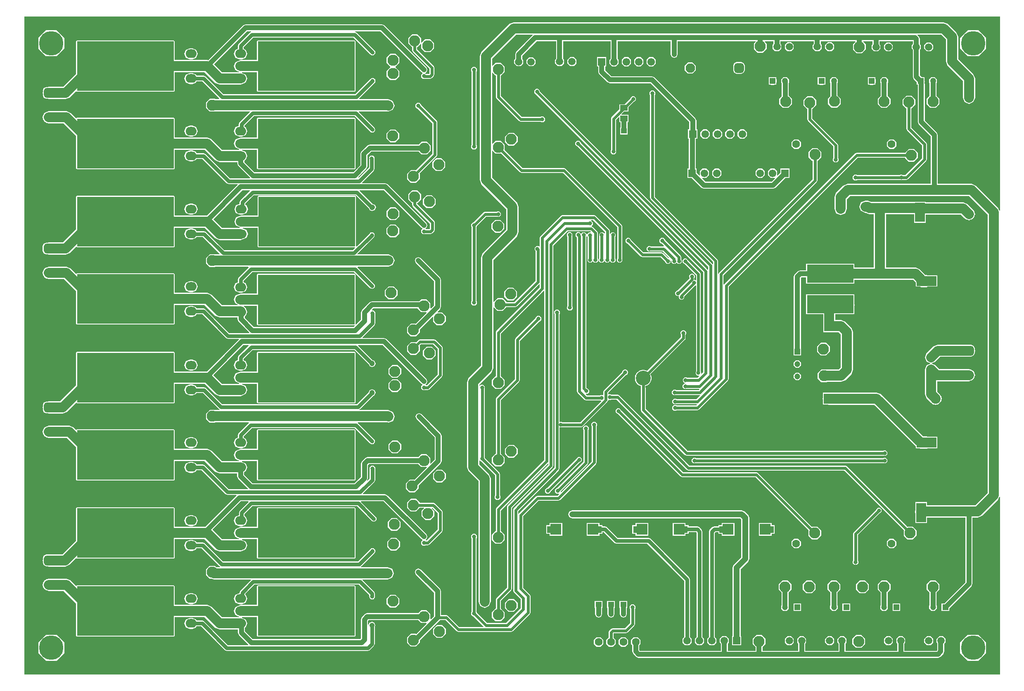
<source format=gbr>
%TF.GenerationSoftware,Altium Limited,Altium Designer,21.6.4 (81)*%
G04 Layer_Physical_Order=1*
G04 Layer_Color=255*
%FSLAX43Y43*%
%MOMM*%
%TF.SameCoordinates,95A2699C-722C-4572-8EE5-7BEA9F810E30*%
%TF.FilePolarity,Positive*%
%TF.FileFunction,Copper,L1,Top,Signal*%
%TF.Part,Single*%
G01*
G75*
%TA.AperFunction,SMDPad,CuDef*%
%ADD10R,1.508X1.157*%
%ADD11R,1.200X1.100*%
%ADD12R,9.500X3.750*%
%ADD13R,2.108X1.397*%
%ADD14R,4.100X2.000*%
%ADD15R,2.000X4.000*%
%TA.AperFunction,Conductor*%
%ADD16C,0.600*%
%ADD17C,1.000*%
%ADD18C,0.750*%
%ADD19C,2.000*%
%ADD20C,0.800*%
%ADD21C,1.200*%
%ADD22R,19.812X10.160*%
%TA.AperFunction,ComponentPad*%
%ADD23R,1.550X1.550*%
%ADD24C,1.550*%
%ADD25C,2.286*%
%ADD26O,2.286X1.778*%
%ADD27C,4.572*%
%ADD28C,3.048*%
%ADD29O,1.524X2.032*%
%ADD30C,1.600*%
G04:AMPARAMS|DCode=31|XSize=1.6mm|YSize=1.6mm|CornerRadius=0.4mm|HoleSize=0mm|Usage=FLASHONLY|Rotation=0.000|XOffset=0mm|YOffset=0mm|HoleType=Round|Shape=RoundedRectangle|*
%AMROUNDEDRECTD31*
21,1,1.600,0.800,0,0,0.0*
21,1,0.800,1.600,0,0,0.0*
1,1,0.800,0.400,-0.400*
1,1,0.800,-0.400,-0.400*
1,1,0.800,-0.400,0.400*
1,1,0.800,0.400,0.400*
%
%ADD31ROUNDEDRECTD31*%
%ADD32R,2.286X2.286*%
%ADD33R,1.200X1.200*%
%ADD34C,1.200*%
G04:AMPARAMS|DCode=35|XSize=1.95mm|YSize=1.95mm|CornerRadius=0.488mm|HoleSize=0mm|Usage=FLASHONLY|Rotation=90.000|XOffset=0mm|YOffset=0mm|HoleType=Round|Shape=RoundedRectangle|*
%AMROUNDEDRECTD35*
21,1,1.950,0.975,0,0,90.0*
21,1,0.975,1.950,0,0,90.0*
1,1,0.975,0.488,0.488*
1,1,0.975,0.488,-0.488*
1,1,0.975,-0.488,-0.488*
1,1,0.975,-0.488,0.488*
%
%ADD35ROUNDEDRECTD35*%
%ADD36C,1.950*%
%ADD37R,2.057X2.057*%
%ADD38C,2.057*%
%ADD39C,1.500*%
%ADD40R,1.500X1.500*%
%ADD41C,1.524*%
G04:AMPARAMS|DCode=42|XSize=1.95mm|YSize=1.95mm|CornerRadius=0.488mm|HoleSize=0mm|Usage=FLASHONLY|Rotation=180.000|XOffset=0mm|YOffset=0mm|HoleType=Round|Shape=RoundedRectangle|*
%AMROUNDEDRECTD42*
21,1,1.950,0.975,0,0,180.0*
21,1,0.975,1.950,0,0,180.0*
1,1,0.975,-0.488,0.488*
1,1,0.975,0.488,0.488*
1,1,0.975,0.488,-0.488*
1,1,0.975,-0.488,-0.488*
%
%ADD42ROUNDEDRECTD42*%
%ADD43R,1.200X1.200*%
%TA.AperFunction,ViaPad*%
%ADD44C,5.000*%
%ADD45C,1.270*%
%ADD46C,0.800*%
%ADD47C,1.800*%
G36*
X-0Y95168D02*
X-127Y95143D01*
X-375Y95740D01*
X-375Y95740D01*
X-4931Y100296D01*
X-5826Y100667D01*
X-12737D01*
Y110704D01*
X-12949Y111217D01*
X-15404Y113671D01*
Y121133D01*
X-15431Y121198D01*
Y121561D01*
X-15404Y121626D01*
X-15451Y121740D01*
Y122086D01*
X-15486Y122121D01*
Y122523D01*
X-15888D01*
X-15923Y122558D01*
X-16035D01*
X-16420Y122942D01*
Y128162D01*
X-16225Y128357D01*
Y129119D01*
X-16420Y129314D01*
Y130389D01*
X-16632Y130902D01*
X-16885Y131155D01*
X-16885Y131180D01*
X-16864Y131282D01*
X-12082D01*
X-11071Y130271D01*
Y125723D01*
X-10700Y124827D01*
X-7597Y121724D01*
Y118314D01*
X-7226Y117419D01*
X-6330Y117048D01*
X-5435Y117419D01*
X-5064Y118314D01*
Y122249D01*
X-5064Y122249D01*
X-5435Y123144D01*
X-8538Y126247D01*
Y130795D01*
X-8909Y131691D01*
X-8909Y131691D01*
X-10662Y133443D01*
X-11557Y133814D01*
X-99695D01*
X-99695Y133814D01*
X-100590Y133443D01*
X-100590Y133443D01*
X-106305Y127728D01*
X-106676Y126833D01*
Y110821D01*
Y101433D01*
X-106305Y100538D01*
X-102397Y96630D01*
X-102394Y96628D01*
X-101215Y95449D01*
Y91290D01*
X-106051Y86453D01*
X-106422Y85558D01*
Y63347D01*
X-108895Y60874D01*
X-109266Y59979D01*
Y42555D01*
X-108895Y41660D01*
X-106916Y39680D01*
Y14980D01*
X-106930Y14946D01*
X-106559Y14051D01*
X-105664Y13680D01*
X-104769Y14051D01*
X-104755Y14065D01*
X-104384Y14960D01*
Y40205D01*
X-104755Y41100D01*
X-106734Y43080D01*
Y43873D01*
X-106616Y43921D01*
X-106408Y43713D01*
X-106321D01*
X-103506Y40897D01*
Y36706D01*
X-103567Y36645D01*
Y36173D01*
X-103233Y35839D01*
X-102761D01*
X-102427Y36173D01*
Y36645D01*
X-102488Y36706D01*
Y41108D01*
X-102637Y41468D01*
X-105602Y44432D01*
Y44519D01*
X-105663Y44580D01*
Y58591D01*
X-105602Y58652D01*
Y59124D01*
X-105936Y59458D01*
X-106408D01*
X-106616Y59250D01*
X-106734Y59298D01*
Y59454D01*
X-104261Y61927D01*
X-103890Y62823D01*
X-103890Y62823D01*
Y75270D01*
X-103763Y75323D01*
X-103033Y74593D01*
X-101945D01*
X-101176Y75362D01*
Y75397D01*
X-99369D01*
X-99009Y75546D01*
X-94489Y80067D01*
X-94362Y80014D01*
Y79383D01*
X-103230Y70515D01*
X-103379Y70155D01*
Y61217D01*
X-103414D01*
X-104183Y60448D01*
Y59360D01*
X-103414Y58591D01*
X-102326D01*
X-101557Y59360D01*
Y60448D01*
X-102326Y61217D01*
X-102361D01*
Y69944D01*
X-93600Y78706D01*
X-93473Y78653D01*
Y74361D01*
X-93467Y74348D01*
Y43991D01*
X-103230Y34229D01*
X-103379Y33869D01*
Y29467D01*
X-103414D01*
X-104183Y28698D01*
Y27610D01*
X-103414Y26841D01*
X-102326D01*
X-101557Y27610D01*
Y28698D01*
X-102326Y29467D01*
X-102361D01*
Y33658D01*
X-92711Y43309D01*
X-92584Y43256D01*
Y43097D01*
X-100944Y34737D01*
X-101093Y34377D01*
Y17824D01*
X-103230Y15687D01*
X-103379Y15327D01*
Y13592D01*
X-103414D01*
X-104183Y12823D01*
Y11735D01*
X-103414Y10966D01*
X-102326D01*
X-101557Y11735D01*
Y12823D01*
X-102326Y13592D01*
X-102361D01*
Y15116D01*
X-100224Y17253D01*
X-100075Y17613D01*
Y34166D01*
X-91715Y42526D01*
X-91566Y42886D01*
Y88014D01*
X-88639Y90941D01*
X-84011D01*
X-83896Y90827D01*
X-83949Y90700D01*
X-84295D01*
X-84628Y90367D01*
X-84755Y90369D01*
Y90386D01*
X-85089Y90720D01*
X-85561D01*
X-85873Y90408D01*
X-85880Y90411D01*
X-86214Y90745D01*
X-86686D01*
X-87020Y90411D01*
Y89939D01*
X-86759Y89678D01*
Y58100D01*
X-86610Y57740D01*
X-85285Y56415D01*
X-84925Y56266D01*
X-81962D01*
X-81901Y56205D01*
X-81800D01*
X-81752Y56088D01*
X-86063Y51777D01*
X-89730D01*
X-89791Y51838D01*
X-90263D01*
X-90318Y51861D01*
Y73936D01*
X-90235Y74019D01*
Y74491D01*
X-90569Y74825D01*
X-91041D01*
X-91375Y74491D01*
Y74019D01*
X-91336Y73980D01*
Y42440D01*
X-99674Y34102D01*
X-99823Y33742D01*
Y17232D01*
X-99674Y16872D01*
X-98299Y15497D01*
Y13621D01*
X-101291Y10629D01*
X-105199D01*
X-107253Y12682D01*
Y12769D01*
X-107314Y12830D01*
Y27984D01*
X-107253Y28045D01*
Y28517D01*
X-107587Y28851D01*
X-108059D01*
X-108393Y28517D01*
Y28045D01*
X-108332Y27984D01*
Y12830D01*
X-108393Y12769D01*
Y12297D01*
X-108059Y11963D01*
X-107972D01*
X-105876Y9867D01*
X-105929Y9740D01*
X-110845D01*
X-113142Y12037D01*
X-113502Y12186D01*
X-114591D01*
Y17105D01*
X-114803Y17618D01*
X-118740Y21555D01*
X-119253Y21767D01*
X-119766Y21555D01*
X-119978Y21042D01*
X-119766Y20529D01*
X-116041Y16805D01*
Y11977D01*
X-116674Y11345D01*
X-116797Y11401D01*
Y12442D01*
X-117566Y13211D01*
X-118654D01*
X-119242Y12623D01*
X-129716D01*
X-130229Y12411D01*
X-130815Y11825D01*
X-131027Y11312D01*
Y7450D01*
X-131188Y7289D01*
X-153188D01*
X-154795Y8896D01*
Y9625D01*
X-154637Y9690D01*
X-154302Y10501D01*
X-154637Y11312D01*
X-154799Y11378D01*
X-154807Y11396D01*
X-155413Y11648D01*
X-155388Y11775D01*
X-152330D01*
Y7961D01*
X-152276Y7831D01*
X-152146Y7777D01*
X-132334D01*
X-132204Y7831D01*
X-132150Y7961D01*
Y18121D01*
X-132204Y18251D01*
X-132334Y18305D01*
X-152146D01*
X-152276Y18251D01*
X-152330Y18121D01*
Y14307D01*
X-155702D01*
X-156597Y13936D01*
X-156605Y13918D01*
X-156767Y13852D01*
X-157102Y13041D01*
X-156767Y12230D01*
X-156605Y12164D01*
X-156597Y12146D01*
X-155991Y11894D01*
X-156016Y11767D01*
X-159495D01*
X-161665Y13936D01*
X-162560Y14307D01*
X-169234D01*
Y18121D01*
X-169288Y18251D01*
X-169418Y18305D01*
X-189230D01*
X-189360Y18251D01*
X-189455Y18232D01*
X-190534Y19311D01*
X-191429Y19682D01*
X-195064D01*
X-195357Y19560D01*
X-195538D01*
X-195666Y19432D01*
X-195959Y19311D01*
X-196081Y19018D01*
X-196209Y18890D01*
Y18708D01*
X-196330Y18415D01*
X-196209Y18122D01*
Y17941D01*
X-196081Y17813D01*
X-195959Y17520D01*
X-195666Y17398D01*
X-195538Y17270D01*
X-195357D01*
X-195064Y17149D01*
X-191954D01*
X-189414Y14609D01*
Y7961D01*
X-189360Y7831D01*
X-189230Y7777D01*
X-169418D01*
X-169288Y7831D01*
X-169234Y7961D01*
Y11775D01*
X-163085D01*
X-160915Y9606D01*
X-160915Y9606D01*
X-160020Y9235D01*
X-160020Y9235D01*
X-156245D01*
Y8596D01*
X-156033Y8083D01*
X-154102Y6152D01*
X-154154Y6025D01*
X-158266D01*
X-163159Y10918D01*
X-163576Y11091D01*
X-164706D01*
X-164797Y11312D01*
X-165608Y11647D01*
X-166116D01*
X-166927Y11312D01*
X-167262Y10501D01*
X-166927Y9690D01*
X-166116Y9355D01*
X-165608D01*
X-164797Y9690D01*
X-164706Y9911D01*
X-163820D01*
X-158927Y5018D01*
X-158927Y5018D01*
X-158510Y4845D01*
X-129584D01*
X-129167Y5018D01*
X-128361Y5824D01*
X-128361Y5824D01*
X-128188Y6241D01*
Y9791D01*
X-128053Y10118D01*
X-128265Y10630D01*
X-128268Y10633D01*
X-128780Y10845D01*
X-129293Y10633D01*
X-129450Y10255D01*
X-129577Y10280D01*
Y11012D01*
X-129416Y11173D01*
X-119242D01*
X-118654Y10585D01*
X-117613D01*
X-117557Y10462D01*
X-119679Y8339D01*
X-119725Y8385D01*
X-120813D01*
X-121582Y7616D01*
Y6528D01*
X-120813Y5759D01*
X-119725D01*
X-118956Y6528D01*
Y7011D01*
X-114803Y11164D01*
X-114802Y11168D01*
X-113713D01*
X-111416Y8871D01*
X-111056Y8722D01*
X-100244D01*
X-99884Y8871D01*
X-96414Y12341D01*
X-96265Y12701D01*
Y16089D01*
X-96414Y16449D01*
X-97789Y17824D01*
Y32466D01*
X-94609Y35646D01*
X-90520D01*
X-90160Y35795D01*
X-82825Y43130D01*
X-82676Y43490D01*
Y50971D01*
X-82615Y51032D01*
Y51504D01*
X-82949Y51838D01*
X-83421D01*
X-83755Y51504D01*
Y51032D01*
X-83694Y50971D01*
Y43701D01*
X-89926Y37468D01*
X-90057Y37517D01*
X-90062Y37576D01*
X-84540Y43097D01*
X-84391Y43457D01*
Y50209D01*
X-84330Y50270D01*
Y50742D01*
X-84664Y51076D01*
X-85136D01*
X-85470Y50742D01*
Y50270D01*
X-85409Y50209D01*
Y43668D01*
X-90827Y38249D01*
X-90914D01*
X-91248Y37915D01*
Y37443D01*
X-90914Y37109D01*
X-90465D01*
X-90392Y37003D01*
X-90731Y36664D01*
X-94820D01*
X-95180Y36515D01*
X-98658Y33037D01*
X-98681Y32981D01*
X-98805Y33006D01*
Y33531D01*
X-90467Y41869D01*
X-90318Y42229D01*
X-90318Y42229D01*
Y50675D01*
X-90263Y50698D01*
X-89791D01*
X-89730Y50759D01*
X-85852D01*
X-85492Y50908D01*
X-80465Y55935D01*
X-80335Y56249D01*
X-80236Y56330D01*
X-79764D01*
X-79703Y56391D01*
X-78586D01*
X-64213Y42018D01*
X-63853Y41869D01*
X-31961D01*
X-19703Y29612D01*
X-19728Y29587D01*
Y28499D01*
X-18959Y27730D01*
X-17871D01*
X-17102Y28499D01*
Y29587D01*
X-17871Y30356D01*
X-18959D01*
X-18984Y30331D01*
X-31390Y42738D01*
X-31750Y42887D01*
X-63642D01*
X-78015Y57260D01*
X-78375Y57409D01*
X-79703D01*
X-79764Y57470D01*
X-80236D01*
X-80316Y57503D01*
Y57814D01*
X-79180Y58951D01*
X-79192Y58980D01*
X-76742Y61430D01*
X-76737D01*
X-76527Y61517D01*
X-76367Y61677D01*
X-76280Y61887D01*
Y62113D01*
X-76367Y62323D01*
X-76527Y62483D01*
X-76737Y62570D01*
X-76963D01*
X-77173Y62483D01*
X-77333Y62323D01*
X-77420Y62113D01*
Y62108D01*
X-80640Y58888D01*
X-80681D01*
X-81185Y58385D01*
X-81334Y58025D01*
Y57384D01*
X-81429Y57345D01*
X-81901D01*
X-81962Y57284D01*
X-84714D01*
X-84893Y57463D01*
X-84845Y57580D01*
X-84564D01*
X-84230Y57914D01*
Y58386D01*
X-84564Y58720D01*
X-84651D01*
X-84816Y58886D01*
Y89811D01*
X-84749Y89878D01*
X-84629Y89894D01*
X-84538Y89803D01*
Y85318D01*
X-84570Y85286D01*
Y84814D01*
X-84236Y84480D01*
X-83764D01*
X-83465Y84778D01*
X-83167Y84480D01*
X-82695D01*
X-82361Y84814D01*
Y85286D01*
X-82422Y85347D01*
Y90581D01*
X-82571Y90941D01*
X-83440Y91810D01*
X-83680Y91909D01*
X-83710Y92059D01*
X-83480Y92289D01*
Y92761D01*
X-83808Y93089D01*
X-83800Y93216D01*
X-83436D01*
X-81027Y90807D01*
Y90537D01*
X-81154Y90485D01*
X-81389Y90720D01*
X-81861D01*
X-82195Y90386D01*
Y89914D01*
X-82152Y89871D01*
Y85365D01*
X-82231Y85286D01*
Y84814D01*
X-81897Y84480D01*
X-81425D01*
X-81179Y84726D01*
X-81090Y84812D01*
X-81000Y84726D01*
X-80754Y84480D01*
X-80282D01*
X-80036Y84726D01*
X-79947Y84812D01*
X-79857Y84726D01*
X-79611Y84480D01*
X-79139D01*
X-78805Y84814D01*
Y85286D01*
X-78841Y85322D01*
Y89828D01*
X-78755Y89914D01*
Y90386D01*
X-79089Y90720D01*
X-79561D01*
X-79882Y90399D01*
X-80009Y90417D01*
Y91018D01*
X-80158Y91378D01*
X-82865Y94085D01*
X-83225Y94234D01*
X-89675D01*
X-90035Y94085D01*
X-94213Y89907D01*
X-94362Y89547D01*
Y87825D01*
X-94479Y87776D01*
X-94609Y87906D01*
X-95081D01*
X-95415Y87572D01*
Y87100D01*
X-95254Y86939D01*
Y80741D01*
X-99580Y76415D01*
X-101176D01*
Y76450D01*
X-101945Y77219D01*
X-103033D01*
X-103763Y76489D01*
X-103890Y76542D01*
Y85033D01*
X-99054Y89870D01*
X-98683Y90765D01*
X-98683Y90765D01*
Y95974D01*
X-99054Y96869D01*
X-99054Y96869D01*
X-100605Y98420D01*
X-100608Y98422D01*
X-104144Y101958D01*
Y107415D01*
X-104026Y107463D01*
X-103414Y106851D01*
X-102326D01*
X-102301Y106876D01*
X-98441Y103015D01*
X-98081Y102866D01*
X-89586D01*
X-78487Y91767D01*
Y85347D01*
X-78548Y85286D01*
Y84814D01*
X-78214Y84480D01*
X-77742D01*
X-77408Y84814D01*
Y85286D01*
X-77469Y85347D01*
Y91978D01*
X-77618Y92338D01*
X-89015Y103735D01*
X-89375Y103884D01*
X-97870D01*
X-101582Y107595D01*
X-101557Y107620D01*
Y108708D01*
X-102326Y109477D01*
X-103414D01*
X-104026Y108865D01*
X-104144Y108913D01*
Y110821D01*
Y123417D01*
X-104026Y123465D01*
X-103414Y122853D01*
X-103379D01*
Y118495D01*
X-103230Y118135D01*
X-98614Y113519D01*
X-98254Y113370D01*
X-94150D01*
X-94089Y113309D01*
X-93617D01*
X-93283Y113643D01*
Y114115D01*
X-93617Y114449D01*
X-94089D01*
X-94150Y114388D01*
X-98043D01*
X-102361Y118706D01*
Y122853D01*
X-102326D01*
X-101557Y123622D01*
Y124710D01*
X-102326Y125479D01*
X-103414D01*
X-104026Y124867D01*
X-104144Y124915D01*
Y126308D01*
X-99170Y131282D01*
X-95792D01*
X-95771Y131180D01*
X-95771Y131155D01*
X-99192Y127734D01*
X-99404Y127221D01*
Y126266D01*
X-99599Y126071D01*
Y125309D01*
X-99060Y124770D01*
X-98298D01*
X-97759Y125309D01*
Y126071D01*
X-97954Y126266D01*
Y126921D01*
X-94957Y129918D01*
X-91022D01*
Y126312D01*
X-91217Y126117D01*
Y125355D01*
X-90678Y124816D01*
X-89916D01*
X-89377Y125355D01*
Y126117D01*
X-89572Y126312D01*
Y129918D01*
X-79846D01*
Y126301D01*
X-80066Y126081D01*
Y125299D01*
X-79512Y124745D01*
X-78730D01*
X-78176Y125299D01*
Y126081D01*
X-78396Y126301D01*
Y129918D01*
X-67527D01*
Y127214D01*
X-67315Y126701D01*
X-66802Y126489D01*
X-66289Y126701D01*
X-66077Y127214D01*
Y129918D01*
X-50119D01*
X-50070Y129800D01*
X-50462Y129409D01*
Y128321D01*
X-49693Y127552D01*
X-48605D01*
X-47836Y128321D01*
Y129409D01*
X-48228Y129800D01*
X-48179Y129918D01*
X-46445D01*
Y129360D01*
X-46640Y129165D01*
Y128403D01*
X-46101Y127864D01*
X-45339D01*
X-44800Y128403D01*
Y129165D01*
X-44995Y129360D01*
Y129918D01*
X-38190D01*
Y129360D01*
X-38385Y129165D01*
Y128403D01*
X-37846Y127864D01*
X-37084D01*
X-36545Y128403D01*
Y129165D01*
X-36740Y129360D01*
Y129918D01*
X-29686D01*
X-29633Y129791D01*
X-30142Y129282D01*
Y128194D01*
X-29373Y127425D01*
X-28285D01*
X-27516Y128194D01*
Y129282D01*
X-28025Y129791D01*
X-27972Y129918D01*
X-26125D01*
Y129314D01*
X-26320Y129119D01*
Y128357D01*
X-25781Y127818D01*
X-25019D01*
X-24480Y128357D01*
Y129119D01*
X-24675Y129314D01*
Y129918D01*
X-17870D01*
Y129314D01*
X-18065Y129119D01*
Y128357D01*
X-17870Y128162D01*
Y122642D01*
X-17658Y122129D01*
X-17061Y121532D01*
Y121420D01*
X-17026Y121385D01*
Y120983D01*
X-16854D01*
Y113371D01*
X-16642Y112858D01*
X-14187Y110404D01*
Y100667D01*
X-31242D01*
X-32137Y100296D01*
X-32137Y100296D01*
X-33534Y98899D01*
X-33905Y98004D01*
Y95972D01*
Y95514D01*
X-33534Y94618D01*
X-32639Y94247D01*
X-31744Y94618D01*
X-31373Y95514D01*
Y95972D01*
Y97479D01*
X-30717Y98135D01*
X-6351D01*
X-2536Y94320D01*
Y37255D01*
X-5037Y34754D01*
X-6017D01*
X-6131Y34707D01*
X-14959D01*
Y35404D01*
X-17299D01*
Y33674D01*
X-17395Y33441D01*
Y33234D01*
X-17299Y33001D01*
Y31064D01*
X-14959D01*
Y32175D01*
X-7075D01*
Y18929D01*
X-11432Y14573D01*
X-11946D01*
Y13033D01*
X-10406D01*
Y13547D01*
X-5837Y18116D01*
X-5731Y18373D01*
X-5625Y18629D01*
Y32222D01*
X-4512D01*
X-3617Y32593D01*
X-375Y35835D01*
X-127Y36432D01*
X-0Y36407D01*
Y-0D01*
X-200025D01*
Y135000D01*
X-0D01*
Y95168D01*
D02*
G37*
%LPC*%
G36*
X-34544Y129704D02*
X-35306D01*
X-35845Y129165D01*
Y128403D01*
X-35306Y127864D01*
X-34544D01*
X-34005Y128403D01*
Y129165D01*
X-34544Y129704D01*
D02*
G37*
G36*
X-42799D02*
X-43561D01*
X-44100Y129165D01*
Y128403D01*
X-43561Y127864D01*
X-42799D01*
X-42260Y128403D01*
Y129165D01*
X-42799Y129704D01*
D02*
G37*
G36*
X-14224Y129658D02*
X-14986D01*
X-15525Y129119D01*
Y128357D01*
X-14986Y127818D01*
X-14224D01*
X-13685Y128357D01*
Y129119D01*
X-14224Y129658D01*
D02*
G37*
G36*
X-22479D02*
X-23241D01*
X-23780Y129119D01*
Y128357D01*
X-23241Y127818D01*
X-22479D01*
X-21940Y128357D01*
Y129119D01*
X-22479Y129658D01*
D02*
G37*
G36*
X-126746Y133400D02*
X-154686D01*
X-155199Y133188D01*
X-162390Y125997D01*
X-162560Y126067D01*
X-169234D01*
Y129881D01*
X-169288Y130011D01*
X-169418Y130065D01*
X-189230D01*
X-189360Y130011D01*
X-189414Y129881D01*
Y123233D01*
X-192080Y120567D01*
X-195064D01*
X-195226Y120499D01*
X-195552D01*
X-196055Y120291D01*
X-196263Y119788D01*
Y119463D01*
X-196330Y119300D01*
X-196263Y119138D01*
Y118813D01*
X-196055Y118310D01*
X-195552Y118101D01*
X-195226D01*
X-195064Y118034D01*
X-191556D01*
X-190660Y118405D01*
X-189455Y119610D01*
X-189360Y119591D01*
X-189230Y119537D01*
X-169418D01*
X-169288Y119591D01*
X-169234Y119721D01*
Y123535D01*
X-163085D01*
X-160915Y121366D01*
X-160915Y121366D01*
X-160020Y120995D01*
X-160020Y120995D01*
X-155702D01*
X-154807Y121366D01*
X-154799Y121384D01*
X-154637Y121450D01*
X-154302Y122261D01*
X-154637Y123072D01*
X-154799Y123138D01*
X-154807Y123156D01*
X-155413Y123408D01*
X-155388Y123535D01*
X-152330D01*
Y119721D01*
X-152276Y119591D01*
X-152146Y119537D01*
X-132334D01*
X-132204Y119591D01*
X-132150Y119721D01*
Y129881D01*
X-132204Y130011D01*
X-132334Y130065D01*
X-152146D01*
X-152276Y130011D01*
X-152330Y129881D01*
Y126067D01*
X-155702D01*
X-156597Y125696D01*
X-156605Y125678D01*
X-156767Y125612D01*
X-157102Y124801D01*
X-156767Y123990D01*
X-156605Y123924D01*
X-156597Y123906D01*
X-155991Y123654D01*
X-156016Y123527D01*
X-159495D01*
X-161152Y125184D01*
X-154386Y131950D01*
X-153516D01*
X-153490Y131823D01*
X-153799Y131695D01*
X-153799Y131695D01*
X-156119Y129375D01*
X-156292Y128958D01*
Y128348D01*
X-156767Y128152D01*
X-157102Y127341D01*
X-156767Y126530D01*
X-155956Y126195D01*
X-155448D01*
X-154637Y126530D01*
X-154302Y127341D01*
X-154637Y128152D01*
X-155112Y128348D01*
Y128713D01*
X-153137Y130688D01*
X-132578D01*
X-129068Y127178D01*
X-129020Y127158D01*
X-128887Y127025D01*
X-128699D01*
X-128651Y127005D01*
X-128603Y127025D01*
X-128415D01*
X-128282Y127158D01*
X-128234Y127178D01*
X-128214Y127226D01*
X-128081Y127359D01*
Y127547D01*
X-128061Y127595D01*
X-128081Y127643D01*
Y127831D01*
X-128214Y127964D01*
X-128234Y128012D01*
X-131917Y131695D01*
X-132225Y131823D01*
X-132200Y131950D01*
X-127046D01*
X-118623Y123526D01*
X-118412Y123439D01*
X-118392Y123293D01*
X-118680Y123005D01*
Y122533D01*
X-118346Y122199D01*
X-117874D01*
X-117851Y122222D01*
X-117426D01*
X-117412Y122216D01*
X-116826D01*
X-116467Y122365D01*
X-116115Y122717D01*
X-115966Y123076D01*
Y124500D01*
X-115966Y124500D01*
X-116115Y124860D01*
X-119491Y128236D01*
Y128687D01*
X-119456D01*
X-118788Y129355D01*
X-118661Y129303D01*
Y128448D01*
X-117892Y127679D01*
X-116804D01*
X-116035Y128448D01*
Y129536D01*
X-116804Y130305D01*
X-117892D01*
X-118560Y129637D01*
X-118687Y129689D01*
Y130544D01*
X-119456Y131313D01*
X-120544D01*
X-121313Y130544D01*
Y129456D01*
X-120544Y128687D01*
X-120509D01*
Y128025D01*
X-120360Y127665D01*
X-116984Y124289D01*
Y123287D01*
X-117037Y123234D01*
X-117404D01*
X-117418Y123239D01*
X-117724D01*
X-117797Y123321D01*
X-117772Y123454D01*
X-117597Y123526D01*
X-117385Y124039D01*
X-117597Y124552D01*
X-126233Y133188D01*
X-126746Y133400D01*
D02*
G37*
G36*
X-4394Y132170D02*
X-6606D01*
X-8170Y130606D01*
Y128394D01*
X-6606Y126830D01*
X-4394D01*
X-2830Y128394D01*
Y130606D01*
X-4394Y132170D01*
D02*
G37*
G36*
X-193394D02*
X-195606D01*
X-197170Y130606D01*
Y128394D01*
X-195606Y126830D01*
X-193394D01*
X-191830Y128394D01*
Y130606D01*
X-193394Y132170D01*
D02*
G37*
G36*
X-165608Y128487D02*
X-166116D01*
X-166927Y128152D01*
X-167262Y127341D01*
X-166927Y126530D01*
X-166116Y126195D01*
X-165608D01*
X-164797Y126530D01*
X-164462Y127341D01*
X-164797Y128152D01*
X-165608Y128487D01*
D02*
G37*
G36*
X-87376Y126656D02*
X-88138D01*
X-88677Y126117D01*
Y125355D01*
X-88138Y124816D01*
X-87376D01*
X-86837Y125355D01*
Y126117D01*
X-87376Y126656D01*
D02*
G37*
G36*
X-95758Y126610D02*
X-96520D01*
X-97059Y126071D01*
Y125309D01*
X-96520Y124770D01*
X-95758D01*
X-95219Y125309D01*
Y126071D01*
X-95758Y126610D01*
D02*
G37*
G36*
X-71110Y126635D02*
X-71892D01*
X-72446Y126081D01*
Y125299D01*
X-71892Y124745D01*
X-71110D01*
X-70556Y125299D01*
Y126081D01*
X-71110Y126635D01*
D02*
G37*
G36*
X-73650D02*
X-74432D01*
X-74986Y126081D01*
Y125299D01*
X-74432Y124745D01*
X-73650D01*
X-73096Y125299D01*
Y126081D01*
X-73650Y126635D01*
D02*
G37*
G36*
X-76190D02*
X-76972D01*
X-77526Y126081D01*
Y125299D01*
X-76972Y124745D01*
X-76190D01*
X-75636Y125299D01*
Y126081D01*
X-76190Y126635D01*
D02*
G37*
G36*
X-63026Y125565D02*
X-63974D01*
X-64645Y124894D01*
Y123946D01*
X-63974Y123275D01*
X-63026D01*
X-62355Y123946D01*
Y124894D01*
X-63026Y125565D01*
D02*
G37*
G36*
X-53013Y125619D02*
X-53988D01*
X-54491Y125411D01*
X-54699Y124908D01*
Y123933D01*
X-54491Y123429D01*
X-53988Y123221D01*
X-53013D01*
X-52509Y123429D01*
X-52301Y123933D01*
Y124908D01*
X-52509Y125411D01*
X-53013Y125619D01*
D02*
G37*
G36*
X-123916Y127313D02*
X-125004D01*
X-125773Y126544D01*
Y125456D01*
X-125025Y124708D01*
X-125013Y124638D01*
X-125025Y124569D01*
X-125773Y123821D01*
Y122733D01*
X-125004Y121964D01*
X-123916D01*
X-123147Y122733D01*
Y123821D01*
X-123895Y124569D01*
X-123907Y124638D01*
X-123895Y124708D01*
X-123147Y125456D01*
Y126544D01*
X-123916Y127313D01*
D02*
G37*
G36*
X-36243Y122558D02*
X-36909D01*
X-36944Y122523D01*
X-37346D01*
Y122121D01*
X-37381Y122086D01*
Y121420D01*
X-37346Y121385D01*
Y120983D01*
X-36944D01*
X-36909Y120948D01*
X-36243D01*
X-36208Y120983D01*
X-35806D01*
Y121385D01*
X-35771Y121420D01*
Y122086D01*
X-35806Y122121D01*
Y122523D01*
X-36208D01*
X-36243Y122558D01*
D02*
G37*
G36*
X-46276D02*
X-46942D01*
X-46977Y122523D01*
X-47379D01*
Y122121D01*
X-47414Y122086D01*
Y121420D01*
X-47379Y121385D01*
Y120983D01*
X-46977D01*
X-46942Y120948D01*
X-46276D01*
X-46241Y120983D01*
X-45839D01*
Y121385D01*
X-45804Y121420D01*
Y122086D01*
X-45839Y122121D01*
Y122523D01*
X-46241D01*
X-46276Y122558D01*
D02*
G37*
G36*
X-25956Y122553D02*
X-26622D01*
X-26657Y122518D01*
X-27059D01*
Y122116D01*
X-27094Y122081D01*
Y121415D01*
X-27059Y121380D01*
Y120978D01*
X-26657D01*
X-26622Y120943D01*
X-25956D01*
X-25921Y120978D01*
X-25519D01*
Y121380D01*
X-25484Y121415D01*
Y122081D01*
X-25519Y122116D01*
Y122518D01*
X-25921D01*
X-25956Y122553D01*
D02*
G37*
G36*
X-165608Y123407D02*
X-166116D01*
X-166927Y123072D01*
X-167262Y122261D01*
X-166927Y121450D01*
X-166116Y121115D01*
X-165608D01*
X-164797Y121450D01*
X-164706Y121671D01*
X-163566D01*
X-160079Y118184D01*
X-160128Y118066D01*
X-160910D01*
X-160956Y118113D01*
X-162044D01*
X-162813Y117344D01*
Y116256D01*
X-162044Y115487D01*
X-160956D01*
X-160910Y115534D01*
X-153842D01*
X-153793Y115416D01*
X-155922Y113288D01*
X-156094Y112871D01*
Y112555D01*
X-156767Y112277D01*
X-157102Y111466D01*
X-156767Y110655D01*
X-155956Y110320D01*
X-155448D01*
X-154637Y110655D01*
X-154302Y111466D01*
X-154637Y112277D01*
X-154914Y112391D01*
Y112626D01*
X-152982Y114559D01*
X-132314D01*
X-129108Y111353D01*
X-129060Y111333D01*
X-128927Y111200D01*
X-128739D01*
X-128691Y111180D01*
X-128643Y111200D01*
X-128455D01*
X-128322Y111333D01*
X-128274Y111353D01*
X-128254Y111401D01*
X-128121Y111534D01*
Y111722D01*
X-128101Y111770D01*
X-128121Y111818D01*
Y112006D01*
X-128254Y112139D01*
X-128274Y112187D01*
X-131503Y115416D01*
X-131454Y115534D01*
X-125562D01*
X-125376Y115457D01*
X-124481Y115828D01*
X-124110Y116723D01*
X-124481Y117618D01*
X-124558Y117695D01*
X-125453Y118066D01*
X-131338D01*
X-131387Y118184D01*
X-128204Y121367D01*
X-128184Y121415D01*
X-128051Y121548D01*
Y121736D01*
X-128031Y121784D01*
X-128051Y121832D01*
Y122020D01*
X-128184Y122153D01*
X-128204Y122201D01*
X-128252Y122221D01*
X-128385Y122354D01*
X-128573D01*
X-128621Y122374D01*
X-128669Y122354D01*
X-128857D01*
X-128990Y122221D01*
X-129038Y122201D01*
X-132220Y119019D01*
X-159246D01*
X-162905Y122678D01*
X-163322Y122851D01*
X-164706D01*
X-164797Y123072D01*
X-165608Y123407D01*
D02*
G37*
G36*
X-33703Y122558D02*
X-34369D01*
X-34841Y122086D01*
Y121420D01*
X-34761Y121340D01*
Y118655D01*
X-35266Y118150D01*
Y117062D01*
X-34497Y116293D01*
X-33410D01*
X-32640Y117062D01*
Y118150D01*
X-33311Y118821D01*
Y121340D01*
X-33231Y121420D01*
Y122086D01*
X-33703Y122558D01*
D02*
G37*
G36*
X-13383D02*
X-14049D01*
X-14521Y122086D01*
Y121420D01*
X-14441Y121340D01*
Y118694D01*
X-15029Y118106D01*
Y117018D01*
X-14260Y116249D01*
X-13172D01*
X-12403Y117018D01*
Y118106D01*
X-12991Y118694D01*
Y121340D01*
X-12911Y121420D01*
Y122086D01*
X-13383Y122558D01*
D02*
G37*
G36*
X-23416Y122553D02*
X-24082D01*
X-24554Y122081D01*
Y121415D01*
X-24474Y121335D01*
Y118694D01*
X-25062Y118106D01*
Y117018D01*
X-24293Y116249D01*
X-23205D01*
X-22436Y117018D01*
Y118106D01*
X-23024Y118694D01*
Y121335D01*
X-22944Y121415D01*
Y122081D01*
X-23416Y122553D01*
D02*
G37*
G36*
X-43736Y122558D02*
X-44402D01*
X-44874Y122086D01*
Y121420D01*
X-44756Y121301D01*
Y118605D01*
X-45255Y118106D01*
Y117018D01*
X-44486Y116249D01*
X-43398D01*
X-42629Y117018D01*
Y118106D01*
X-43306Y118782D01*
Y121378D01*
X-43264Y121420D01*
Y122086D01*
X-43736Y122558D01*
D02*
G37*
G36*
X-74948Y118640D02*
X-75420D01*
X-75754Y118306D01*
Y118219D01*
X-77000Y116973D01*
X-78013D01*
Y115960D01*
X-79608Y114366D01*
X-79757Y114006D01*
Y107572D01*
X-79818Y107511D01*
Y107039D01*
X-79484Y106705D01*
X-79012D01*
X-78678Y107039D01*
Y107511D01*
X-78739Y107572D01*
Y113795D01*
X-78130Y114404D01*
X-78013Y114356D01*
Y113325D01*
X-77814D01*
Y112220D01*
X-77859D01*
Y110780D01*
X-77102D01*
X-77089Y110775D01*
X-77076Y110780D01*
X-76319D01*
Y112220D01*
X-76364D01*
Y113325D01*
X-76165D01*
Y114821D01*
X-77547D01*
X-77596Y114939D01*
X-77058Y115477D01*
X-76165D01*
Y116370D01*
X-75035Y117500D01*
X-74948D01*
X-74614Y117834D01*
Y118306D01*
X-74948Y118640D01*
D02*
G37*
G36*
X-165608Y112612D02*
X-166116D01*
X-166927Y112277D01*
X-167262Y111466D01*
X-166927Y110655D01*
X-166116Y110320D01*
X-165608D01*
X-164797Y110655D01*
X-164462Y111466D01*
X-164797Y112277D01*
X-165608Y112612D01*
D02*
G37*
G36*
X-52441Y111822D02*
X-53223D01*
X-53777Y111268D01*
Y110486D01*
X-53223Y109932D01*
X-52441D01*
X-51887Y110486D01*
Y111268D01*
X-52441Y111822D01*
D02*
G37*
G36*
X-54981D02*
X-55763D01*
X-56317Y111268D01*
Y110486D01*
X-55763Y109932D01*
X-54981D01*
X-54427Y110486D01*
Y111268D01*
X-54981Y111822D01*
D02*
G37*
G36*
X-57521D02*
X-58303D01*
X-58857Y111268D01*
Y110486D01*
X-58303Y109932D01*
X-57521D01*
X-56967Y110486D01*
Y111268D01*
X-57521Y111822D01*
D02*
G37*
G36*
X-60061D02*
X-60843D01*
X-61397Y111268D01*
Y110486D01*
X-60843Y109932D01*
X-60061D01*
X-59507Y110486D01*
Y111268D01*
X-60061Y111822D01*
D02*
G37*
G36*
X-123956Y111813D02*
X-125044D01*
X-125813Y111044D01*
Y109956D01*
X-125044Y109187D01*
X-123956D01*
X-123187Y109956D01*
Y111044D01*
X-123956Y111813D01*
D02*
G37*
G36*
X-99659Y111128D02*
X-100747D01*
X-101516Y110359D01*
Y109271D01*
X-100747Y108502D01*
X-99659D01*
X-98890Y109271D01*
Y110359D01*
X-99659Y111128D01*
D02*
G37*
G36*
X-21823Y109769D02*
X-22627D01*
X-23195Y109201D01*
Y108397D01*
X-22627Y107829D01*
X-21823D01*
X-21255Y108397D01*
Y109201D01*
X-21823Y109769D01*
D02*
G37*
G36*
X-41381Y109764D02*
X-42185D01*
X-42753Y109196D01*
Y108392D01*
X-42185Y107824D01*
X-41381D01*
X-40813Y108392D01*
Y109196D01*
X-41381Y109764D01*
D02*
G37*
G36*
X-107587Y124609D02*
X-108059D01*
X-108393Y124275D01*
Y123803D01*
X-108332Y123742D01*
Y108588D01*
X-108393Y108527D01*
Y108055D01*
X-108059Y107721D01*
X-107587D01*
X-107253Y108055D01*
Y108527D01*
X-107314Y108588D01*
Y123742D01*
X-107253Y123803D01*
Y124275D01*
X-107587Y124609D01*
D02*
G37*
G36*
X-38445Y118621D02*
X-39533D01*
X-40302Y117852D01*
Y116764D01*
X-39533Y115995D01*
X-39498D01*
Y113879D01*
X-39349Y113519D01*
X-34164Y108334D01*
Y105921D01*
X-34225Y105860D01*
Y105388D01*
X-33891Y105054D01*
X-33419D01*
X-33085Y105388D01*
Y105860D01*
X-33146Y105921D01*
Y108545D01*
X-33295Y108905D01*
X-38480Y114090D01*
Y115995D01*
X-38445D01*
X-37676Y116764D01*
Y117852D01*
X-38445Y118621D01*
D02*
G37*
G36*
X-119017Y117243D02*
X-119489D01*
X-119823Y116909D01*
Y116437D01*
X-119489Y116103D01*
X-119402D01*
X-116346Y113046D01*
Y106838D01*
X-119700Y103483D01*
X-119725Y103508D01*
X-120813D01*
X-121582Y102739D01*
Y101651D01*
X-120813Y100882D01*
X-119725D01*
X-118956Y101651D01*
Y102739D01*
X-118981Y102764D01*
X-115477Y106267D01*
X-115328Y106627D01*
Y113257D01*
X-115477Y113617D01*
X-118683Y116822D01*
Y116909D01*
X-119017Y117243D01*
D02*
G37*
G36*
X-114518Y105921D02*
X-115606D01*
X-116375Y105152D01*
Y104064D01*
X-115606Y103295D01*
X-114518D01*
X-113749Y104064D01*
Y105152D01*
X-114518Y105921D01*
D02*
G37*
G36*
X-18125Y118748D02*
X-19213D01*
X-19982Y117979D01*
Y116891D01*
X-19213Y116122D01*
X-19178D01*
Y111974D01*
X-19029Y111614D01*
X-16003Y108588D01*
Y105917D01*
X-19435Y102485D01*
X-19930D01*
X-19992Y102546D01*
X-20464D01*
X-20543Y102467D01*
X-29311D01*
X-29355Y102511D01*
X-29827D01*
X-30161Y102177D01*
Y101705D01*
X-29827Y101371D01*
X-29355D01*
X-29276Y101450D01*
X-20508D01*
X-20464Y101406D01*
X-19992D01*
X-19930Y101467D01*
X-19224D01*
X-18864Y101616D01*
X-15134Y105346D01*
X-14985Y105706D01*
Y108799D01*
X-15134Y109159D01*
X-18160Y112185D01*
Y116122D01*
X-18125D01*
X-17356Y116891D01*
Y117979D01*
X-18125Y118748D01*
D02*
G37*
G36*
X-48758Y103775D02*
X-49540D01*
X-50094Y103221D01*
Y102439D01*
X-49540Y101885D01*
X-48758D01*
X-48204Y102439D01*
Y103221D01*
X-48758Y103775D01*
D02*
G37*
G36*
X-57648D02*
X-58430D01*
X-58984Y103221D01*
Y102439D01*
X-58430Y101885D01*
X-57648D01*
X-57094Y102439D01*
Y103221D01*
X-57648Y103775D01*
D02*
G37*
G36*
X-191429Y115567D02*
X-195064D01*
X-195357Y115445D01*
X-195538D01*
X-195666Y115317D01*
X-195959Y115196D01*
X-196081Y114903D01*
X-196209Y114775D01*
Y114593D01*
X-196330Y114300D01*
X-196209Y114007D01*
Y113826D01*
X-196081Y113698D01*
X-195959Y113405D01*
X-195666Y113283D01*
X-195538Y113155D01*
X-195357D01*
X-195064Y113034D01*
X-191954D01*
X-189414Y110494D01*
Y103846D01*
X-189360Y103716D01*
X-189230Y103662D01*
X-169418D01*
X-169288Y103716D01*
X-169234Y103846D01*
Y107660D01*
X-163085D01*
X-160915Y105491D01*
X-160915Y105491D01*
X-160020Y105120D01*
X-160020Y105120D01*
X-156361D01*
Y104819D01*
X-156149Y104306D01*
X-153753Y101910D01*
X-153805Y101783D01*
X-157885D01*
X-162905Y106803D01*
X-163322Y106976D01*
X-164706D01*
X-164797Y107197D01*
X-165608Y107532D01*
X-166116D01*
X-166927Y107197D01*
X-167262Y106386D01*
X-166927Y105575D01*
X-166116Y105240D01*
X-165608D01*
X-164797Y105575D01*
X-164706Y105796D01*
X-163566D01*
X-158546Y100776D01*
X-158129Y100603D01*
X-156327D01*
X-156274Y100476D01*
X-162560Y94190D01*
X-162560Y94190D01*
X-169234D01*
Y98004D01*
X-169288Y98134D01*
X-169418Y98188D01*
X-189230D01*
X-189360Y98134D01*
X-189414Y98004D01*
Y91356D01*
X-192121Y88649D01*
X-195072D01*
X-195234Y88582D01*
X-195559D01*
X-196063Y88374D01*
X-196271Y87870D01*
Y87545D01*
X-196338Y87383D01*
X-196271Y87221D01*
Y86895D01*
X-196063Y86392D01*
X-195559Y86184D01*
X-195234D01*
X-195072Y86117D01*
X-191596D01*
X-190701Y86488D01*
X-189455Y87733D01*
X-189360Y87714D01*
X-189230Y87660D01*
X-169418D01*
X-169288Y87714D01*
X-169234Y87844D01*
Y91658D01*
X-163085D01*
X-160915Y89489D01*
X-160915Y89489D01*
X-160020Y89118D01*
X-160020Y89118D01*
X-155702D01*
X-155412Y89238D01*
X-155321D01*
X-154510Y89573D01*
X-154175Y90384D01*
X-154510Y91195D01*
X-155321Y91530D01*
X-155321Y91531D01*
X-155244Y91658D01*
X-152203D01*
Y87844D01*
X-152149Y87714D01*
X-152019Y87660D01*
X-132262D01*
X-132209Y87533D01*
X-132705Y87037D01*
X-159014D01*
X-162778Y90801D01*
X-163195Y90974D01*
X-164706D01*
X-164797Y91195D01*
X-165608Y91530D01*
X-166116D01*
X-166927Y91195D01*
X-167262Y90384D01*
X-166927Y89573D01*
X-166116Y89238D01*
X-165608D01*
X-164797Y89573D01*
X-164706Y89794D01*
X-163439D01*
X-159952Y86307D01*
X-160001Y86189D01*
X-160910D01*
X-160956Y86236D01*
X-162044D01*
X-162813Y85467D01*
Y84379D01*
X-162044Y83610D01*
X-160956D01*
X-160910Y83657D01*
X-154117D01*
X-154065Y83530D01*
X-156119Y81475D01*
X-156292Y81058D01*
Y80469D01*
X-156767Y80273D01*
X-157102Y79462D01*
X-156767Y78651D01*
X-155956Y78316D01*
X-155448D01*
X-154637Y78651D01*
X-154302Y79462D01*
X-154637Y80273D01*
X-155112Y80469D01*
Y80814D01*
X-153327Y82599D01*
X-132442D01*
X-129142Y79299D01*
X-129094Y79279D01*
X-128961Y79146D01*
X-128773D01*
X-128725Y79126D01*
X-128676Y79146D01*
X-128488D01*
X-128355Y79279D01*
X-128307Y79299D01*
X-128287Y79347D01*
X-128154Y79480D01*
Y79668D01*
X-128135Y79716D01*
X-128154Y79764D01*
Y79952D01*
X-128287Y80085D01*
X-128307Y80133D01*
X-131704Y83530D01*
X-131651Y83657D01*
X-125376D01*
X-124481Y84028D01*
X-124110Y84923D01*
X-124481Y85818D01*
X-125376Y86189D01*
X-131718D01*
X-131767Y86307D01*
X-128361Y89713D01*
X-128341Y89761D01*
X-128208Y89894D01*
Y90082D01*
X-128188Y90130D01*
X-128208Y90178D01*
Y90366D01*
X-128341Y90499D01*
X-128361Y90547D01*
X-128409Y90567D01*
X-128542Y90700D01*
X-128730D01*
X-128778Y90720D01*
X-128826Y90700D01*
X-129014D01*
X-129147Y90567D01*
X-129195Y90547D01*
X-131896Y87846D01*
X-132023Y87899D01*
Y98004D01*
X-132077Y98134D01*
X-132207Y98188D01*
X-152019D01*
X-152149Y98134D01*
X-152203Y98004D01*
Y94190D01*
X-155575D01*
X-156470Y93819D01*
X-156478Y93801D01*
X-156640Y93735D01*
X-156975Y92924D01*
X-156640Y92113D01*
X-156478Y92047D01*
X-156470Y92029D01*
X-155864Y91777D01*
X-155889Y91650D01*
X-159495D01*
X-161272Y93427D01*
X-155360Y99339D01*
X-153833D01*
X-153785Y99221D01*
X-155758Y97249D01*
X-155930Y96832D01*
Y96568D01*
X-156640Y96275D01*
X-156975Y95464D01*
X-156640Y94653D01*
X-155829Y94318D01*
X-155321D01*
X-154510Y94653D01*
X-154175Y95464D01*
X-154510Y96275D01*
X-154750Y96374D01*
Y96587D01*
X-152993Y98345D01*
X-132102D01*
X-129353Y95595D01*
X-129217Y95269D01*
X-128704Y95056D01*
X-128192Y95269D01*
X-128138Y95322D01*
X-127926Y95835D01*
X-128138Y96348D01*
X-128647Y96559D01*
X-131310Y99221D01*
X-131262Y99339D01*
X-126312D01*
X-118623Y91649D01*
X-118412Y91562D01*
X-118392Y91416D01*
X-118680Y91128D01*
Y90656D01*
X-118346Y90322D01*
X-117874D01*
X-117813Y90383D01*
X-116701D01*
X-116342Y90532D01*
X-115990Y90884D01*
X-115841Y91243D01*
Y92701D01*
X-115990Y93061D01*
X-119471Y96542D01*
Y96687D01*
X-119456D01*
X-118687Y97456D01*
Y98544D01*
X-119456Y99313D01*
X-120544D01*
X-121313Y98544D01*
Y97456D01*
X-120544Y96687D01*
X-120489D01*
Y96331D01*
X-120340Y95971D01*
X-116859Y92490D01*
Y91454D01*
X-116912Y91401D01*
X-117702D01*
X-117745Y91450D01*
X-117710Y91603D01*
X-117597Y91649D01*
X-117385Y92162D01*
X-117597Y92675D01*
X-125499Y100577D01*
X-126012Y100789D01*
X-130736D01*
X-130784Y100907D01*
X-128369Y103321D01*
X-128197Y103738D01*
Y105878D01*
X-128217Y105926D01*
Y106114D01*
X-128349Y106247D01*
X-128369Y106295D01*
X-128417Y106315D01*
X-128550Y106448D01*
X-128738D01*
X-128787Y106468D01*
X-128835Y106448D01*
X-129023D01*
X-129156Y106315D01*
X-129204Y106295D01*
X-129224Y106247D01*
X-129357Y106114D01*
Y105926D01*
X-129376Y105878D01*
Y103983D01*
X-131504Y101855D01*
X-131534Y101861D01*
X-131576Y101999D01*
X-129887Y103687D01*
X-129675Y104200D01*
Y106500D01*
X-128900Y107275D01*
X-119132D01*
X-118544Y106687D01*
X-117456D01*
X-116687Y107456D01*
Y108544D01*
X-117456Y109313D01*
X-118544D01*
X-119132Y108725D01*
X-129200D01*
X-129713Y108513D01*
X-130913Y107313D01*
X-131125Y106800D01*
Y104500D01*
X-132578Y103047D01*
X-152839D01*
X-154911Y105120D01*
Y105447D01*
X-154807Y105491D01*
X-154799Y105509D01*
X-154637Y105575D01*
X-154302Y106386D01*
X-154637Y107197D01*
X-154799Y107263D01*
X-154807Y107281D01*
X-155413Y107533D01*
X-155388Y107660D01*
X-152330D01*
Y103846D01*
X-152276Y103716D01*
X-152146Y103662D01*
X-132334D01*
X-132204Y103716D01*
X-132150Y103846D01*
Y114006D01*
X-132204Y114136D01*
X-132334Y114190D01*
X-152146D01*
X-152276Y114136D01*
X-152330Y114006D01*
Y110192D01*
X-155702D01*
X-156597Y109821D01*
X-156605Y109803D01*
X-156767Y109737D01*
X-157102Y108926D01*
X-156767Y108115D01*
X-156605Y108049D01*
X-156597Y108031D01*
X-155991Y107779D01*
X-156016Y107652D01*
X-159495D01*
X-161665Y109821D01*
X-162560Y110192D01*
X-169234D01*
Y114006D01*
X-169288Y114136D01*
X-169418Y114190D01*
X-189230D01*
X-189360Y114136D01*
X-189455Y114117D01*
X-190534Y115196D01*
X-191429Y115567D01*
D02*
G37*
G36*
X-80716Y126635D02*
X-82606D01*
Y124745D01*
X-82386D01*
Y123658D01*
X-82174Y123145D01*
X-80523Y121494D01*
X-80266Y121388D01*
X-80010Y121282D01*
X-71607D01*
X-63684Y113358D01*
Y111822D01*
X-63937D01*
Y109932D01*
X-63781D01*
Y103775D01*
X-64064D01*
Y101885D01*
X-63200D01*
X-61177Y99862D01*
X-60920Y99756D01*
X-60664Y99650D01*
X-46524D01*
X-46011Y99862D01*
X-43988Y101885D01*
X-43124D01*
Y103775D01*
X-45014D01*
Y102911D01*
X-45573Y102352D01*
X-45664Y102440D01*
Y103221D01*
X-46218Y103775D01*
X-47000D01*
X-47554Y103221D01*
Y102439D01*
X-47000Y101885D01*
X-46219D01*
X-46131Y101794D01*
X-46824Y101100D01*
X-60364D01*
X-61057Y101794D01*
X-60969Y101885D01*
X-60188D01*
X-59634Y102439D01*
Y103221D01*
X-60188Y103775D01*
X-60970D01*
X-61524Y103221D01*
Y102440D01*
X-61615Y102352D01*
X-62174Y102911D01*
Y103775D01*
X-62330D01*
Y109932D01*
X-62047D01*
Y111822D01*
X-62234D01*
Y113659D01*
X-62340Y113915D01*
X-62446Y114172D01*
X-70794Y122520D01*
X-71307Y122732D01*
X-79710D01*
X-80936Y123958D01*
Y124745D01*
X-80716D01*
Y126635D01*
D02*
G37*
G36*
X-116456Y98313D02*
X-117544D01*
X-118313Y97544D01*
Y96456D01*
X-117544Y95687D01*
X-116456D01*
X-115687Y96456D01*
Y97544D01*
X-116456Y98313D01*
D02*
G37*
G36*
X-165608Y96610D02*
X-166116D01*
X-166927Y96275D01*
X-167262Y95464D01*
X-166927Y94653D01*
X-166116Y94318D01*
X-165608D01*
X-164797Y94653D01*
X-164462Y95464D01*
X-164797Y96275D01*
X-165608Y96610D01*
D02*
G37*
G36*
X-102634Y95018D02*
X-103106D01*
X-103167Y94957D01*
X-105537D01*
X-105897Y94808D01*
X-107972Y92732D01*
X-108059D01*
X-108393Y92398D01*
Y91926D01*
X-108332Y91865D01*
Y76584D01*
X-108393Y76523D01*
Y76051D01*
X-108059Y75717D01*
X-107587D01*
X-107253Y76051D01*
Y76523D01*
X-107314Y76584D01*
Y91865D01*
X-107253Y91926D01*
Y92013D01*
X-105326Y93939D01*
X-103167D01*
X-103106Y93878D01*
X-102634D01*
X-102300Y94212D01*
Y94684D01*
X-102634Y95018D01*
D02*
G37*
G36*
X-123916Y95813D02*
X-125004D01*
X-125773Y95044D01*
Y93956D01*
X-125004Y93187D01*
X-123916D01*
X-123147Y93956D01*
Y95044D01*
X-123916Y95813D01*
D02*
G37*
G36*
X-27559Y97238D02*
X-28454Y96867D01*
X-28825Y95972D01*
X-28454Y95077D01*
X-28438Y95061D01*
X-27543Y94690D01*
X-27372D01*
X-26797Y94452D01*
X-25904D01*
Y83472D01*
X-29878D01*
Y84251D01*
X-39718D01*
Y82931D01*
X-40948D01*
X-41461Y82719D01*
X-42047Y82133D01*
X-42259Y81620D01*
Y67024D01*
X-42304D01*
Y65484D01*
X-40764D01*
Y67024D01*
X-40809D01*
Y81320D01*
X-40648Y81481D01*
X-39718D01*
Y80161D01*
X-29878D01*
Y80940D01*
X-17796D01*
X-17270Y80413D01*
Y79562D01*
X-16333D01*
X-16100Y79466D01*
X-15050D01*
X-14817Y79562D01*
X-12830D01*
Y81902D01*
X-14817D01*
X-15050Y81998D01*
X-15273D01*
X-16376Y83101D01*
X-17272Y83472D01*
X-23372D01*
Y94452D01*
X-17553D01*
Y92653D01*
X-15213D01*
Y94325D01*
X-8018D01*
X-7245Y93553D01*
X-6952Y93431D01*
X-6824Y93303D01*
X-6643D01*
X-6350Y93182D01*
X-6057Y93303D01*
X-5876D01*
X-5748Y93431D01*
X-5455Y93553D01*
X-5333Y93846D01*
X-5205Y93974D01*
Y94155D01*
X-5084Y94448D01*
X-5205Y94741D01*
Y94922D01*
X-5333Y95050D01*
X-5455Y95343D01*
X-6598Y96486D01*
X-7493Y96857D01*
X-15213D01*
Y96993D01*
X-17553D01*
Y96984D01*
X-26460D01*
X-27035Y97222D01*
X-27520D01*
X-27559Y97238D01*
D02*
G37*
G36*
X-102379Y93269D02*
X-103467D01*
X-104236Y92499D01*
Y91412D01*
X-103467Y90643D01*
X-102379D01*
X-101610Y91412D01*
Y92499D01*
X-102379Y93269D01*
D02*
G37*
G36*
X-123956Y92313D02*
X-125044D01*
X-125813Y91544D01*
Y90456D01*
X-125044Y89687D01*
X-123956D01*
X-123187Y90456D01*
Y91544D01*
X-123956Y92313D01*
D02*
G37*
G36*
X-68979Y89557D02*
X-69451D01*
X-69785Y89223D01*
Y88751D01*
X-69451Y88417D01*
X-69364D01*
X-68907Y87960D01*
X-68972Y87845D01*
X-71585D01*
X-71646Y87906D01*
X-72118D01*
X-72452Y87572D01*
Y87100D01*
X-72118Y86766D01*
X-71646D01*
X-71585Y86827D01*
X-69147D01*
X-67875Y85555D01*
X-67923Y85424D01*
X-67975Y85419D01*
X-69016Y86460D01*
X-69376Y86609D01*
X-73102D01*
X-75630Y89136D01*
Y89223D01*
X-75964Y89557D01*
X-76436D01*
X-76770Y89223D01*
Y88751D01*
X-76436Y88417D01*
X-76349D01*
X-73673Y85740D01*
X-73313Y85591D01*
X-69587D01*
X-68642Y84647D01*
Y84560D01*
X-68308Y84226D01*
X-67836D01*
X-67502Y84560D01*
Y84861D01*
X-67375Y84936D01*
X-67372Y84935D01*
Y84560D01*
X-67038Y84226D01*
X-66566D01*
X-66294Y84498D01*
X-66022Y84226D01*
X-65550D01*
X-65216Y84560D01*
Y85032D01*
X-65316Y85132D01*
Y85596D01*
X-65465Y85956D01*
X-68645Y89136D01*
Y89223D01*
X-68979Y89557D01*
D02*
G37*
G36*
X-94664Y120120D02*
X-95136D01*
X-95470Y119786D01*
Y119314D01*
X-95136Y118980D01*
X-95101D01*
X-59818Y83696D01*
Y83079D01*
X-59942Y83054D01*
X-59965Y83110D01*
X-85930Y109074D01*
Y109161D01*
X-86264Y109495D01*
X-86736D01*
X-87070Y109161D01*
Y108689D01*
X-86736Y108355D01*
X-86649D01*
X-60834Y82539D01*
Y62061D01*
X-61138Y61757D01*
X-61255Y61805D01*
Y62111D01*
X-61316Y62172D01*
Y82105D01*
X-61465Y82465D01*
X-63946Y84945D01*
Y85032D01*
X-64280Y85366D01*
X-64752D01*
X-65086Y85032D01*
Y84560D01*
X-64752Y84226D01*
X-64665D01*
X-63076Y82637D01*
X-63035D01*
X-62304Y81907D01*
Y80927D01*
X-62404Y80860D01*
X-62551Y80921D01*
X-62607D01*
X-62689Y81021D01*
X-62678Y81075D01*
X-62678Y81075D01*
Y81256D01*
X-62636Y81298D01*
X-62549Y81508D01*
Y81734D01*
X-62636Y81944D01*
X-62796Y82104D01*
X-63006Y82191D01*
X-63232D01*
X-63442Y82104D01*
X-63602Y81944D01*
X-63689Y81734D01*
Y81508D01*
X-63636Y81381D01*
Y81273D01*
X-66148Y78762D01*
X-66153D01*
X-66363Y78675D01*
X-66523Y78515D01*
X-66610Y78305D01*
Y78079D01*
X-66523Y77869D01*
X-66363Y77709D01*
X-66153Y77622D01*
X-65927D01*
X-65913Y77628D01*
X-65908Y77622D01*
X-65848D01*
Y77562D01*
X-65842Y77557D01*
X-65848Y77543D01*
Y77317D01*
X-65761Y77107D01*
X-65601Y76947D01*
X-65391Y76860D01*
X-65165D01*
X-64955Y76947D01*
X-64795Y77107D01*
X-64708Y77317D01*
Y77543D01*
X-64733Y77604D01*
X-62556Y79781D01*
X-62551D01*
X-62404Y79842D01*
X-62304Y79775D01*
Y62202D01*
X-62308Y62198D01*
X-62395Y61988D01*
Y61762D01*
X-62308Y61552D01*
X-62230Y61474D01*
Y61474D01*
X-62061Y61305D01*
X-61755D01*
X-61707Y61188D01*
X-62011Y60884D01*
X-62230D01*
Y60854D01*
X-64123D01*
X-64127Y60858D01*
X-64337Y60945D01*
X-64563D01*
X-64773Y60858D01*
X-64933Y60698D01*
X-65020Y60488D01*
Y60262D01*
X-64933Y60052D01*
X-64773Y59892D01*
X-64600Y59820D01*
X-64612Y59731D01*
X-64616Y59719D01*
X-64823Y59633D01*
X-64983Y59473D01*
X-65070Y59263D01*
Y59037D01*
X-65043Y58971D01*
X-65070Y58931D01*
Y58914D01*
X-64736Y58580D01*
X-64264D01*
X-64203Y58641D01*
X-61658D01*
X-61605Y58514D01*
X-61739Y58381D01*
X-66378D01*
X-66439Y58442D01*
X-66911D01*
X-67245Y58108D01*
Y57636D01*
X-66911Y57302D01*
X-66439D01*
X-66378Y57363D01*
X-61536D01*
X-61504Y57327D01*
X-61459Y57260D01*
X-62244Y56476D01*
X-66270D01*
X-66364Y56570D01*
X-66836D01*
X-67170Y56236D01*
Y55764D01*
X-66836Y55430D01*
X-66364D01*
X-66336Y55458D01*
X-62191D01*
X-62138Y55331D01*
X-62264Y55206D01*
X-66275D01*
X-66364Y55295D01*
X-66836D01*
X-67170Y54961D01*
Y54489D01*
X-66836Y54155D01*
X-66364D01*
X-66331Y54188D01*
X-62053D01*
X-61693Y54337D01*
X-55774Y60256D01*
X-55625Y60616D01*
Y79551D01*
X-29172Y106004D01*
X-19474D01*
Y105969D01*
X-18705Y105200D01*
X-17617D01*
X-16848Y105969D01*
Y107057D01*
X-17617Y107826D01*
X-18705D01*
X-19474Y107057D01*
Y107022D01*
X-29382D01*
X-29742Y106873D01*
X-56494Y80121D01*
X-56554Y79976D01*
X-56681Y80002D01*
Y81900D01*
X-37550Y101031D01*
X-37401Y101390D01*
Y105362D01*
X-37366D01*
X-36597Y106131D01*
Y107219D01*
X-37366Y107988D01*
X-38453D01*
X-39222Y107219D01*
Y106131D01*
X-38453Y105362D01*
X-38418D01*
Y101601D01*
X-57549Y82470D01*
X-57657Y82209D01*
X-57784Y82234D01*
Y84843D01*
X-57933Y85203D01*
X-70738Y98008D01*
Y118916D01*
X-70677Y118977D01*
Y119449D01*
X-71011Y119783D01*
X-71483D01*
X-71817Y119449D01*
Y118977D01*
X-71756Y118916D01*
Y97797D01*
X-71607Y97437D01*
X-58802Y84632D01*
Y84236D01*
X-58926Y84211D01*
X-58949Y84267D01*
X-94330Y119647D01*
Y119786D01*
X-94664Y120120D01*
D02*
G37*
G36*
X-165608Y80735D02*
X-166116D01*
X-166927Y80400D01*
X-167262Y79589D01*
X-166927Y78778D01*
X-166116Y78443D01*
X-165608D01*
X-164797Y78778D01*
X-164462Y79589D01*
X-164797Y80400D01*
X-165608Y80735D01*
D02*
G37*
G36*
X-124297Y79632D02*
X-125385D01*
X-126154Y78863D01*
Y77775D01*
X-125385Y77006D01*
X-124297D01*
X-123528Y77775D01*
Y78863D01*
X-124297Y79632D01*
D02*
G37*
G36*
X-99786Y79378D02*
X-100874D01*
X-101643Y78609D01*
Y77521D01*
X-100874Y76752D01*
X-99786D01*
X-99017Y77521D01*
Y78609D01*
X-99786Y79378D01*
D02*
G37*
G36*
X-119253Y85648D02*
X-119766Y85436D01*
X-119978Y84923D01*
X-119766Y84410D01*
X-116041Y80686D01*
Y75734D01*
X-116672Y75104D01*
X-116797Y75158D01*
Y76196D01*
X-117566Y76965D01*
X-118654D01*
X-119027Y76592D01*
X-128722D01*
X-129235Y76380D01*
X-130815Y74800D01*
X-131027Y74287D01*
Y72799D01*
X-132033Y71794D01*
X-132114Y71827D01*
X-132150Y71856D01*
Y82002D01*
X-132204Y82132D01*
X-132334Y82186D01*
X-152146D01*
X-152276Y82132D01*
X-152330Y82002D01*
Y78188D01*
X-155702D01*
X-156597Y77817D01*
X-156605Y77799D01*
X-156767Y77733D01*
X-157102Y76922D01*
X-156767Y76111D01*
X-156605Y76045D01*
X-156597Y76027D01*
X-156292Y75900D01*
X-156317Y75775D01*
X-159495D01*
X-161665Y77944D01*
X-162560Y78315D01*
X-169234D01*
Y82129D01*
X-169288Y82259D01*
X-169418Y82313D01*
X-189230D01*
X-189360Y82259D01*
X-189455Y82240D01*
X-190494Y83278D01*
X-191389Y83649D01*
X-195072D01*
X-195365Y83528D01*
X-195546D01*
X-195674Y83400D01*
X-195967Y83278D01*
X-196089Y82985D01*
X-196217Y82857D01*
Y82676D01*
X-196338Y82383D01*
X-196217Y82090D01*
Y81909D01*
X-196089Y81781D01*
X-195967Y81488D01*
X-195674Y81366D01*
X-195546Y81238D01*
X-195365D01*
X-195072Y81117D01*
X-191914D01*
X-189414Y78617D01*
Y71969D01*
X-189360Y71839D01*
X-189230Y71785D01*
X-169418D01*
X-169288Y71839D01*
X-169234Y71969D01*
Y75783D01*
X-163085D01*
X-160915Y73614D01*
X-160915Y73614D01*
X-160020Y73243D01*
X-160020Y73243D01*
X-156308D01*
Y72869D01*
X-156096Y72356D01*
X-153900Y70160D01*
X-153952Y70033D01*
X-158012D01*
X-162905Y74926D01*
X-163322Y75099D01*
X-164706D01*
X-164797Y75320D01*
X-165608Y75655D01*
X-166116D01*
X-166927Y75320D01*
X-167262Y74509D01*
X-166927Y73698D01*
X-166116Y73363D01*
X-165608D01*
X-164797Y73698D01*
X-164706Y73919D01*
X-163566D01*
X-158673Y69026D01*
X-158673Y69026D01*
X-158256Y68853D01*
X-156082D01*
X-156029Y68726D01*
X-162565Y62191D01*
X-162567Y62186D01*
X-169234D01*
Y66000D01*
X-169288Y66130D01*
X-169418Y66184D01*
X-189230D01*
X-189360Y66130D01*
X-189414Y66000D01*
Y59352D01*
X-192715Y56051D01*
X-195064D01*
X-195226Y55983D01*
X-195552D01*
X-196055Y55775D01*
X-196263Y55272D01*
Y54947D01*
X-196330Y54784D01*
X-196263Y54622D01*
Y54297D01*
X-196055Y53794D01*
X-195552Y53585D01*
X-195226D01*
X-195064Y53518D01*
X-192191D01*
X-191295Y53889D01*
X-189455Y55729D01*
X-189360Y55710D01*
X-189230Y55656D01*
X-169418D01*
X-169288Y55710D01*
X-169234Y55840D01*
Y59654D01*
X-163085D01*
X-162947Y59517D01*
X-160915Y57485D01*
X-160020Y57114D01*
X-160020Y57114D01*
X-155702D01*
X-154807Y57485D01*
X-154799Y57503D01*
X-154637Y57569D01*
X-154302Y58380D01*
X-154637Y59191D01*
X-154799Y59257D01*
X-154807Y59275D01*
X-155413Y59527D01*
X-155388Y59654D01*
X-152330D01*
Y55840D01*
X-152276Y55710D01*
X-152146Y55656D01*
X-132334D01*
X-132204Y55710D01*
X-132150Y55840D01*
Y66000D01*
X-132204Y66130D01*
X-132334Y66184D01*
X-152146D01*
X-152276Y66130D01*
X-152330Y66000D01*
Y62186D01*
X-155702D01*
X-156597Y61815D01*
X-156605Y61797D01*
X-156767Y61731D01*
X-157102Y60920D01*
X-156767Y60109D01*
X-156605Y60043D01*
X-156597Y60025D01*
X-155991Y59773D01*
X-156016Y59646D01*
X-159495D01*
X-161277Y61428D01*
X-155116Y67589D01*
X-154058D01*
X-154009Y67471D01*
X-156060Y65420D01*
X-156233Y65003D01*
Y64492D01*
X-156767Y64271D01*
X-157102Y63460D01*
X-156767Y62649D01*
X-155956Y62314D01*
X-155448D01*
X-154637Y62649D01*
X-154302Y63460D01*
X-154637Y64271D01*
X-155053Y64443D01*
Y64759D01*
X-153217Y66595D01*
X-132376D01*
X-129426Y63645D01*
X-129291Y63318D01*
X-129237Y63265D01*
X-128725Y63052D01*
X-128212Y63265D01*
X-127999Y63778D01*
X-128212Y64290D01*
X-128265Y64344D01*
X-128592Y64479D01*
X-131584Y67471D01*
X-131536Y67589D01*
X-126566D01*
X-118623Y59645D01*
X-118412Y59558D01*
X-118392Y59412D01*
X-118680Y59124D01*
Y58652D01*
X-118346Y58318D01*
X-117874D01*
X-117813Y58379D01*
X-117287D01*
X-116927Y58528D01*
X-114440Y61015D01*
X-114291Y61375D01*
Y67025D01*
X-114440Y67385D01*
X-115640Y68585D01*
X-116000Y68734D01*
X-118933D01*
X-119293Y68585D01*
X-119700Y68177D01*
X-119725Y68202D01*
X-120813D01*
X-121582Y67433D01*
Y66345D01*
X-120813Y65576D01*
X-119725D01*
X-118956Y66345D01*
Y67433D01*
X-118981Y67458D01*
X-118722Y67716D01*
X-116211D01*
X-115309Y66814D01*
Y61586D01*
X-117498Y59397D01*
X-117702D01*
X-117745Y59446D01*
X-117710Y59599D01*
X-117597Y59645D01*
X-117385Y60158D01*
X-117597Y60671D01*
X-125753Y68827D01*
X-126266Y69039D01*
X-130666D01*
X-130715Y69157D01*
X-128234Y71638D01*
X-128234Y71638D01*
X-128061Y72055D01*
X-128061Y72055D01*
Y74128D01*
X-128081Y74176D01*
Y74364D01*
X-128214Y74497D01*
X-128234Y74545D01*
X-128282Y74565D01*
X-128415Y74698D01*
X-128603D01*
X-128651Y74718D01*
X-128699Y74698D01*
X-128700D01*
X-128748Y74815D01*
X-128422Y75142D01*
X-119423D01*
Y75108D01*
X-118654Y74339D01*
X-117616D01*
X-117562Y74214D01*
X-119764Y72012D01*
X-120813D01*
X-121582Y71243D01*
Y70155D01*
X-120813Y69386D01*
X-119725D01*
X-118956Y70155D01*
Y70768D01*
X-116365Y73359D01*
X-116248Y73310D01*
Y72441D01*
X-115479Y71672D01*
X-114391D01*
X-113622Y72441D01*
Y73529D01*
X-114391Y74298D01*
X-115260D01*
X-115309Y74415D01*
X-114803Y74921D01*
X-114591Y75434D01*
Y80986D01*
X-114803Y81499D01*
X-118740Y85436D01*
X-119253Y85648D01*
D02*
G37*
G36*
X-87989Y90745D02*
X-88461D01*
X-88795Y90411D01*
Y89939D01*
X-88721Y89865D01*
Y75535D01*
X-88770Y75486D01*
Y75014D01*
X-88436Y74680D01*
X-87964D01*
X-87630Y75014D01*
Y75486D01*
X-87704Y75560D01*
Y89890D01*
X-87655Y89939D01*
Y90411D01*
X-87989Y90745D01*
D02*
G37*
G36*
X-35651Y68075D02*
X-36739D01*
X-37508Y67306D01*
Y66218D01*
X-36739Y65449D01*
X-35651D01*
X-34882Y66218D01*
Y67306D01*
X-35651Y68075D01*
D02*
G37*
G36*
X-116453Y67278D02*
X-117540D01*
X-118310Y66509D01*
Y65421D01*
X-117540Y64652D01*
X-116453D01*
X-115684Y65421D01*
Y66509D01*
X-116453Y67278D01*
D02*
G37*
G36*
X-41215Y64484D02*
X-41853D01*
X-42304Y64033D01*
Y63395D01*
X-41853Y62944D01*
X-41215D01*
X-40764Y63395D01*
Y64033D01*
X-41215Y64484D01*
D02*
G37*
G36*
X-29878Y78001D02*
X-39718D01*
Y73911D01*
X-36241D01*
Y71432D01*
X-36174Y71268D01*
Y70233D01*
X-35138D01*
X-34975Y70165D01*
X-33065D01*
X-32635Y69736D01*
Y62997D01*
X-33065Y62567D01*
X-35478D01*
X-35524Y62614D01*
X-36612D01*
X-37381Y61845D01*
Y60757D01*
X-36612Y59988D01*
X-35524D01*
X-35478Y60035D01*
X-32541D01*
X-31645Y60406D01*
X-30474Y61577D01*
X-30103Y62473D01*
Y70260D01*
X-30474Y71156D01*
X-31645Y72327D01*
X-32541Y72698D01*
X-33708D01*
Y73911D01*
X-29878D01*
Y75216D01*
X-29850Y75248D01*
X-29867Y75514D01*
X-29787Y75769D01*
X-29878Y75944D01*
Y78001D01*
D02*
G37*
G36*
X-165608Y64606D02*
X-166116D01*
X-166927Y64271D01*
X-167262Y63460D01*
X-166927Y62649D01*
X-166116Y62314D01*
X-165608D01*
X-164797Y62649D01*
X-164462Y63460D01*
X-164797Y64271D01*
X-165608Y64606D01*
D02*
G37*
G36*
X-64784Y70634D02*
X-65010D01*
X-65220Y70547D01*
X-65380Y70387D01*
X-65467Y70177D01*
Y69951D01*
X-65413Y69821D01*
Y69209D01*
X-72337Y62286D01*
X-72350Y62294D01*
X-72658Y62422D01*
X-72985Y62487D01*
X-73319D01*
X-73646Y62422D01*
X-73954Y62294D01*
X-74232Y62109D01*
X-74468Y61873D01*
X-74653Y61595D01*
X-74781Y61287D01*
X-74846Y60960D01*
Y60626D01*
X-74781Y60299D01*
X-74653Y59991D01*
X-74468Y59713D01*
X-74232Y59477D01*
X-73954Y59292D01*
X-73646Y59164D01*
X-73631Y59161D01*
Y58888D01*
X-73661D01*
Y54316D01*
X-73512Y53956D01*
X-64622Y45066D01*
X-64262Y44917D01*
X-23919D01*
X-23858Y44856D01*
X-23386D01*
X-23052Y45190D01*
Y45662D01*
X-23386Y45996D01*
X-23858D01*
X-23919Y45935D01*
X-64051D01*
X-72643Y54527D01*
Y58888D01*
X-72673D01*
Y59161D01*
X-72658Y59164D01*
X-72350Y59292D01*
X-72072Y59477D01*
X-71836Y59713D01*
X-71651Y59991D01*
X-71523Y60299D01*
X-71458Y60626D01*
Y60960D01*
X-71523Y61287D01*
X-71651Y61595D01*
X-71659Y61608D01*
X-64595Y68672D01*
X-64595Y68672D01*
X-64518Y68788D01*
X-64482Y68874D01*
X-64455Y69011D01*
X-64455Y69011D01*
Y69700D01*
X-64414Y69741D01*
X-64327Y69951D01*
Y70177D01*
X-64414Y70387D01*
X-64574Y70547D01*
X-64784Y70634D01*
D02*
G37*
G36*
X-123535Y63503D02*
X-124623D01*
X-125392Y62734D01*
Y61646D01*
X-124623Y60877D01*
X-123535D01*
X-122766Y61646D01*
Y62734D01*
X-123535Y63503D01*
D02*
G37*
G36*
X-41215Y61944D02*
X-41853D01*
X-42304Y61493D01*
Y60855D01*
X-41853Y60404D01*
X-41215D01*
X-40764Y60855D01*
Y61493D01*
X-41215Y61944D01*
D02*
G37*
G36*
X-123535Y60582D02*
X-124623D01*
X-125392Y59813D01*
Y58725D01*
X-124623Y57956D01*
X-123535D01*
X-122766Y58725D01*
Y59813D01*
X-123535Y60582D01*
D02*
G37*
G36*
X-6350Y67698D02*
X-12736D01*
X-13632Y67327D01*
X-14992Y65966D01*
X-15363Y65071D01*
X-14992Y64176D01*
X-14290Y63884D01*
Y63757D01*
X-14992Y63466D01*
X-15363Y62571D01*
Y57507D01*
X-14992Y56611D01*
X-14114Y55733D01*
X-14103Y55707D01*
X-13940Y55639D01*
X-13705Y55403D01*
X-13371D01*
X-13208Y55336D01*
X-13045Y55403D01*
X-12711D01*
X-12476Y55639D01*
X-12313Y55707D01*
X-12245Y55870D01*
X-12009Y56105D01*
Y56439D01*
X-11942Y56602D01*
Y56618D01*
X-11942Y56618D01*
X-12009Y56781D01*
Y57099D01*
X-12234Y57323D01*
X-12313Y57513D01*
X-12831Y58031D01*
Y60162D01*
X-6350D01*
X-6057Y60283D01*
X-5876D01*
X-5748Y60411D01*
X-5455Y60533D01*
X-5333Y60826D01*
X-5205Y60954D01*
Y61135D01*
X-5084Y61428D01*
X-5205Y61721D01*
Y61902D01*
X-5333Y62030D01*
X-5455Y62323D01*
X-5748Y62445D01*
X-5876Y62573D01*
X-6057D01*
X-6350Y62694D01*
X-12429D01*
X-13202Y63466D01*
X-13904Y63757D01*
Y63884D01*
X-13202Y64176D01*
X-12212Y65165D01*
X-6350D01*
X-6188Y65233D01*
X-5863D01*
X-5359Y65441D01*
X-5151Y65944D01*
Y66270D01*
X-5084Y66432D01*
X-5151Y66594D01*
Y66919D01*
X-5359Y67423D01*
X-5863Y67631D01*
X-6188D01*
X-6350Y67698D01*
D02*
G37*
G36*
X-165608Y59526D02*
X-166116D01*
X-166927Y59191D01*
X-167262Y58380D01*
X-166927Y57569D01*
X-166116Y57234D01*
X-165608D01*
X-164797Y57569D01*
X-164706Y57790D01*
X-163439D01*
X-160107Y54458D01*
X-159951Y54393D01*
X-159977Y54266D01*
X-160910D01*
X-160956Y54313D01*
X-162044D01*
X-162813Y53544D01*
Y52456D01*
X-162044Y51687D01*
X-160956D01*
X-160910Y51734D01*
X-154039D01*
X-154014Y51609D01*
X-154031Y51602D01*
X-154031Y51602D01*
X-156074Y49559D01*
X-156247Y49142D01*
Y48611D01*
X-156767Y48396D01*
X-157102Y47585D01*
X-156767Y46774D01*
X-155956Y46439D01*
X-155448D01*
X-154637Y46774D01*
X-154302Y47585D01*
X-154637Y48396D01*
X-155067Y48573D01*
Y48898D01*
X-153370Y50595D01*
X-132315D01*
X-129142Y47422D01*
X-129094Y47402D01*
X-128961Y47269D01*
X-128773D01*
X-128725Y47249D01*
X-128676Y47269D01*
X-128488D01*
X-128355Y47402D01*
X-128307Y47422D01*
X-128287Y47470D01*
X-128154Y47603D01*
Y47791D01*
X-128135Y47839D01*
X-128154Y47887D01*
Y48075D01*
X-128287Y48208D01*
X-128307Y48256D01*
X-131653Y51602D01*
X-131670Y51609D01*
X-131645Y51734D01*
X-125545D01*
X-125349Y51653D01*
X-124454Y52024D01*
X-124083Y52919D01*
X-124454Y53814D01*
X-124535Y53895D01*
X-125430Y54266D01*
X-131366D01*
X-131391Y54393D01*
X-131236Y54458D01*
X-128592Y57102D01*
X-128265Y57237D01*
X-128207Y57296D01*
X-127994Y57808D01*
X-128207Y58321D01*
X-128719Y58534D01*
X-129232Y58321D01*
X-129291Y58263D01*
X-129426Y57936D01*
X-131897Y55465D01*
X-159446D01*
X-162778Y58797D01*
X-163195Y58970D01*
X-164706D01*
X-164797Y59191D01*
X-165608Y59526D01*
D02*
G37*
G36*
Y48731D02*
X-166116D01*
X-166927Y48396D01*
X-167262Y47585D01*
X-166927Y46774D01*
X-166116Y46439D01*
X-165608D01*
X-164797Y46774D01*
X-164462Y47585D01*
X-164797Y48396D01*
X-165608Y48731D01*
D02*
G37*
G36*
X-25273Y57868D02*
X-35103D01*
X-35266Y57801D01*
X-36301D01*
Y56765D01*
X-36369Y56602D01*
X-36301Y56439D01*
Y55403D01*
X-35266D01*
X-35103Y55336D01*
X-25798D01*
X-17270Y46808D01*
Y46415D01*
X-16489D01*
X-16256Y46319D01*
X-15050D01*
X-14817Y46415D01*
X-12830D01*
Y48755D01*
X-14817D01*
X-15050Y48851D01*
X-15731D01*
X-24378Y57497D01*
X-25273Y57868D01*
D02*
G37*
G36*
X-123535Y48009D02*
X-124623D01*
X-125392Y47240D01*
Y46152D01*
X-124623Y45383D01*
X-123535D01*
X-122766Y46152D01*
Y47240D01*
X-123535Y48009D01*
D02*
G37*
G36*
X-99659Y47120D02*
X-100747D01*
X-101516Y46351D01*
Y45263D01*
X-100747Y44494D01*
X-99659D01*
X-98890Y45263D01*
Y46351D01*
X-99659Y47120D01*
D02*
G37*
G36*
X-23386Y44472D02*
X-23858D01*
X-23919Y44411D01*
X-62314D01*
X-62375Y44472D01*
X-62847D01*
X-63181Y44138D01*
Y43666D01*
X-62847Y43332D01*
X-62375D01*
X-62314Y43393D01*
X-23919D01*
X-23858Y43332D01*
X-23386D01*
X-23052Y43666D01*
Y44138D01*
X-23386Y44472D01*
D02*
G37*
G36*
X-119126Y53644D02*
X-119639Y53432D01*
X-119851Y52919D01*
X-119639Y52406D01*
X-115914Y48682D01*
Y44075D01*
X-116697Y43292D01*
X-116797Y43372D01*
Y44446D01*
X-117566Y45215D01*
X-118654D01*
X-119242Y44627D01*
X-129667D01*
X-130180Y44415D01*
X-130815Y43780D01*
X-131027Y43267D01*
Y40554D01*
X-132330Y39251D01*
X-153267D01*
X-154977Y40961D01*
Y41539D01*
X-154807Y41610D01*
X-154799Y41628D01*
X-154637Y41694D01*
X-154302Y42505D01*
X-154637Y43316D01*
X-154799Y43382D01*
X-154807Y43400D01*
X-155413Y43652D01*
X-155388Y43779D01*
X-152330D01*
Y39965D01*
X-152276Y39835D01*
X-152146Y39781D01*
X-132334D01*
X-132204Y39835D01*
X-132150Y39965D01*
Y50125D01*
X-132204Y50255D01*
X-132334Y50309D01*
X-152146D01*
X-152276Y50255D01*
X-152330Y50125D01*
Y46311D01*
X-155702D01*
X-156597Y45940D01*
X-156605Y45922D01*
X-156767Y45856D01*
X-157102Y45045D01*
X-156767Y44234D01*
X-156605Y44168D01*
X-156597Y44150D01*
X-155991Y43898D01*
X-156016Y43771D01*
X-159495D01*
X-161665Y45940D01*
X-162560Y46311D01*
X-169234D01*
Y50125D01*
X-169288Y50255D01*
X-169418Y50309D01*
X-189230D01*
X-189360Y50255D01*
X-189455Y50236D01*
X-189899Y50680D01*
X-190794Y51051D01*
X-195064D01*
X-195357Y50929D01*
X-195538D01*
X-195666Y50801D01*
X-195959Y50680D01*
X-196081Y50387D01*
X-196209Y50259D01*
Y50077D01*
X-196330Y49784D01*
X-196209Y49491D01*
Y49310D01*
X-196081Y49182D01*
X-195959Y48889D01*
X-195666Y48767D01*
X-195538Y48639D01*
X-195357D01*
X-195064Y48518D01*
X-191319D01*
X-189414Y46613D01*
Y39965D01*
X-189360Y39835D01*
X-189230Y39781D01*
X-169418D01*
X-169288Y39835D01*
X-169234Y39965D01*
Y43779D01*
X-163085D01*
X-160915Y41610D01*
X-160915Y41610D01*
X-160020Y41239D01*
X-160020Y41239D01*
X-156427D01*
Y40660D01*
X-156215Y40147D01*
X-154181Y38114D01*
X-154234Y37987D01*
X-158097D01*
X-163032Y42922D01*
X-163449Y43095D01*
X-164706D01*
X-164797Y43316D01*
X-165608Y43651D01*
X-166116D01*
X-166927Y43316D01*
X-167262Y42505D01*
X-166927Y41694D01*
X-166116Y41359D01*
X-165608D01*
X-164797Y41694D01*
X-164706Y41915D01*
X-163693D01*
X-158758Y36980D01*
X-158758Y36980D01*
X-158341Y36807D01*
X-158341Y36807D01*
X-156591D01*
X-156539Y36680D01*
X-162909Y30309D01*
X-169234D01*
Y34123D01*
X-169288Y34253D01*
X-169418Y34307D01*
X-189230D01*
X-189360Y34253D01*
X-189414Y34123D01*
Y27475D01*
X-192207Y24682D01*
X-195064D01*
X-195226Y24614D01*
X-195552D01*
X-196055Y24406D01*
X-196263Y23903D01*
Y23578D01*
X-196330Y23415D01*
X-196263Y23253D01*
Y22928D01*
X-196055Y22425D01*
X-195552Y22216D01*
X-195226D01*
X-195064Y22149D01*
X-191683D01*
X-190787Y22520D01*
X-189455Y23852D01*
X-189360Y23833D01*
X-189230Y23779D01*
X-169418D01*
X-169288Y23833D01*
X-169234Y23963D01*
Y27777D01*
X-163085D01*
X-160915Y25608D01*
X-160915Y25608D01*
X-160020Y25237D01*
X-160020Y25237D01*
X-155702D01*
X-154807Y25608D01*
X-154799Y25626D01*
X-154637Y25692D01*
X-154302Y26503D01*
X-154637Y27314D01*
X-154799Y27380D01*
X-154807Y27398D01*
X-155413Y27650D01*
X-155388Y27777D01*
X-152330D01*
Y23963D01*
X-152276Y23833D01*
X-152146Y23779D01*
X-132334D01*
X-132204Y23833D01*
X-132150Y23963D01*
Y34123D01*
X-132204Y34253D01*
X-132334Y34307D01*
X-152146D01*
X-152276Y34253D01*
X-152330Y34123D01*
Y30309D01*
X-155702D01*
X-156597Y29938D01*
X-156605Y29920D01*
X-156767Y29854D01*
X-157102Y29043D01*
X-156767Y28232D01*
X-156605Y28166D01*
X-156597Y28148D01*
X-155991Y27896D01*
X-156016Y27769D01*
X-159495D01*
X-161447Y29721D01*
X-155625Y35543D01*
X-154120D01*
X-154071Y35425D01*
X-155873Y33624D01*
X-156046Y33207D01*
Y32692D01*
X-156767Y32394D01*
X-157102Y31583D01*
X-156767Y30772D01*
X-155956Y30437D01*
X-155448D01*
X-154637Y30772D01*
X-154302Y31583D01*
X-154637Y32394D01*
X-154866Y32488D01*
Y32962D01*
X-153279Y34549D01*
X-131816D01*
X-128814Y31547D01*
X-128766Y31527D01*
X-128633Y31394D01*
X-128445D01*
X-128397Y31374D01*
X-128349Y31394D01*
X-128161D01*
X-128028Y31527D01*
X-127980Y31547D01*
X-127960Y31595D01*
X-127827Y31728D01*
Y31916D01*
X-127807Y31964D01*
X-127827Y32012D01*
Y32200D01*
X-127960Y32333D01*
X-127980Y32381D01*
X-131024Y35425D01*
X-130976Y35543D01*
X-126397D01*
X-118623Y27768D01*
X-118412Y27681D01*
X-118392Y27535D01*
X-118680Y27247D01*
Y26775D01*
X-118346Y26441D01*
X-117874D01*
X-117813Y26502D01*
X-117314D01*
X-116954Y26651D01*
X-114440Y29165D01*
X-114291Y29525D01*
Y33350D01*
X-114440Y33710D01*
X-115848Y35118D01*
X-116208Y35267D01*
X-118956D01*
Y35302D01*
X-119725Y36071D01*
X-120813D01*
X-121582Y35302D01*
Y34214D01*
X-120813Y33445D01*
X-119725D01*
X-118956Y34214D01*
Y34249D01*
X-118099D01*
X-118050Y34132D01*
X-118613Y33569D01*
Y32481D01*
X-117844Y31712D01*
X-116756D01*
X-115987Y32481D01*
Y33569D01*
X-116490Y34072D01*
X-116445Y34206D01*
X-116384Y34215D01*
X-115309Y33139D01*
Y29736D01*
X-117525Y27520D01*
X-117702D01*
X-117745Y27569D01*
X-117710Y27722D01*
X-117597Y27768D01*
X-117385Y28281D01*
X-117597Y28794D01*
X-125584Y36781D01*
X-126097Y36993D01*
X-130587D01*
X-130635Y37111D01*
X-128234Y39512D01*
X-128061Y39929D01*
Y42251D01*
X-128081Y42299D01*
Y42487D01*
X-128214Y42620D01*
X-128234Y42668D01*
X-128282Y42688D01*
X-128415Y42821D01*
X-128603D01*
X-128651Y42841D01*
X-128699Y42821D01*
X-128887D01*
X-129020Y42688D01*
X-129068Y42668D01*
X-129088Y42620D01*
X-129221Y42487D01*
Y42299D01*
X-129241Y42251D01*
Y40173D01*
X-129636Y39778D01*
X-129744Y39850D01*
X-129577Y40254D01*
Y42967D01*
X-129367Y43177D01*
X-119242D01*
X-118654Y42589D01*
X-117580D01*
X-117500Y42489D01*
X-119982Y40008D01*
X-121067D01*
X-121836Y39239D01*
Y38151D01*
X-121067Y37382D01*
X-119979D01*
X-119210Y38151D01*
Y38728D01*
X-114676Y43262D01*
X-114464Y43775D01*
Y48982D01*
X-114676Y49495D01*
X-118613Y53432D01*
X-119126Y53644D01*
D02*
G37*
G36*
X-94379Y73555D02*
X-94851D01*
X-95185Y73221D01*
Y73134D01*
X-99293Y69027D01*
X-99442Y68667D01*
Y60623D01*
X-103230Y56835D01*
X-103379Y56475D01*
Y45342D01*
X-103414D01*
X-104183Y44573D01*
Y43485D01*
X-103414Y42716D01*
X-102326D01*
X-101557Y43485D01*
Y44573D01*
X-102326Y45342D01*
X-102361D01*
Y56264D01*
X-98573Y60052D01*
X-98424Y60412D01*
Y68456D01*
X-94466Y72415D01*
X-94379D01*
X-94045Y72749D01*
Y73221D01*
X-94379Y73555D01*
D02*
G37*
G36*
X-114391Y42040D02*
X-115479D01*
X-116248Y41271D01*
Y40183D01*
X-115479Y39414D01*
X-114391D01*
X-113622Y40183D01*
Y41271D01*
X-114391Y42040D01*
D02*
G37*
G36*
X-86044Y44628D02*
X-86516D01*
X-86850Y44294D01*
Y44233D01*
X-92834Y38249D01*
X-92946D01*
X-93280Y37915D01*
Y37443D01*
X-92946Y37109D01*
X-92474D01*
X-92140Y37443D01*
Y37504D01*
X-86156Y43488D01*
X-86044D01*
X-85710Y43822D01*
Y44294D01*
X-86044Y44628D01*
D02*
G37*
G36*
X-165608Y32729D02*
X-166116D01*
X-166927Y32394D01*
X-167262Y31583D01*
X-166927Y30772D01*
X-166116Y30437D01*
X-165608D01*
X-164797Y30772D01*
X-164462Y31583D01*
X-164797Y32394D01*
X-165608Y32729D01*
D02*
G37*
G36*
X-123662Y32134D02*
X-124750D01*
X-125519Y31365D01*
Y30277D01*
X-124750Y29508D01*
X-123662D01*
X-122893Y30277D01*
Y31365D01*
X-123662Y32134D01*
D02*
G37*
G36*
X-46820Y31118D02*
X-49446D01*
Y28492D01*
X-46820D01*
Y28886D01*
X-46172D01*
Y30623D01*
X-46820D01*
Y31118D01*
D02*
G37*
G36*
X-54440D02*
X-57066D01*
Y30623D01*
X-57714D01*
Y30422D01*
X-58586D01*
X-59023Y30241D01*
X-59023Y30241D01*
X-59491Y29773D01*
X-59672Y29336D01*
X-59672Y29336D01*
Y7664D01*
X-60000Y7336D01*
Y6554D01*
X-59446Y6000D01*
X-58664D01*
X-58110Y6554D01*
Y7336D01*
X-58438Y7664D01*
Y29081D01*
X-58331Y29188D01*
X-57714D01*
Y28886D01*
X-57066D01*
Y28492D01*
X-54440D01*
Y31118D01*
D02*
G37*
G36*
X-72093D02*
X-74719D01*
Y30623D01*
X-75367D01*
Y28886D01*
X-74719D01*
Y28492D01*
X-72093D01*
Y31118D01*
D02*
G37*
G36*
X-89746D02*
X-92372D01*
Y30623D01*
X-93020D01*
Y28886D01*
X-92372D01*
Y28492D01*
X-89746D01*
Y31118D01*
D02*
G37*
G36*
X-77996Y54632D02*
X-78468D01*
X-78802Y54298D01*
Y53826D01*
X-78468Y53492D01*
X-78381D01*
X-65511Y40621D01*
X-65151Y40472D01*
X-50122D01*
X-39261Y29612D01*
X-39286Y29587D01*
Y28499D01*
X-38517Y27730D01*
X-37429D01*
X-36660Y28499D01*
Y29587D01*
X-37429Y30356D01*
X-38517D01*
X-38542Y30331D01*
X-49551Y41341D01*
X-49911Y41490D01*
X-64940D01*
X-77662Y54211D01*
Y54298D01*
X-77996Y54632D01*
D02*
G37*
G36*
X-21823Y27854D02*
X-22627D01*
X-23195Y27286D01*
Y26482D01*
X-22627Y25914D01*
X-21823D01*
X-21255Y26482D01*
Y27286D01*
X-21823Y27854D01*
D02*
G37*
G36*
X-41381D02*
X-42185D01*
X-42753Y27286D01*
Y26482D01*
X-42185Y25914D01*
X-41381D01*
X-40813Y26482D01*
Y27286D01*
X-41381Y27854D01*
D02*
G37*
G36*
X-123789Y28070D02*
X-124877D01*
X-125646Y27301D01*
Y26213D01*
X-124877Y25444D01*
X-123789D01*
X-123020Y26213D01*
Y27301D01*
X-123789Y28070D01*
D02*
G37*
G36*
X-24564Y34220D02*
X-25036D01*
X-25370Y33886D01*
Y33799D01*
X-29951Y29218D01*
X-30100Y28859D01*
Y23371D01*
X-30161Y23310D01*
Y22838D01*
X-29827Y22504D01*
X-29355D01*
X-29021Y22838D01*
Y23310D01*
X-29082Y23371D01*
Y28648D01*
X-24650Y33080D01*
X-24564D01*
X-24230Y33414D01*
Y33886D01*
X-24564Y34220D01*
D02*
G37*
G36*
X-165608Y27649D02*
X-166116D01*
X-166927Y27314D01*
X-167262Y26503D01*
X-166927Y25692D01*
X-166116Y25357D01*
X-165608D01*
X-164797Y25692D01*
X-164706Y25913D01*
X-163693D01*
X-160012Y22232D01*
X-160012Y22232D01*
X-159890Y22181D01*
X-159916Y22054D01*
X-160698D01*
X-160956Y22313D01*
X-162044D01*
X-162405Y21952D01*
X-162439Y21937D01*
X-162454Y21903D01*
X-162813Y21544D01*
Y20456D01*
X-162044Y19687D01*
X-161610D01*
X-161211Y19522D01*
X-153633D01*
X-153580Y19395D01*
X-155747Y17228D01*
X-155919Y16811D01*
Y16727D01*
X-155956D01*
X-156767Y16392D01*
X-157102Y15581D01*
X-156767Y14770D01*
X-155956Y14435D01*
X-155448D01*
X-154637Y14770D01*
X-154302Y15581D01*
X-154637Y16392D01*
X-154740Y16434D01*
Y16566D01*
X-152863Y18443D01*
X-131437D01*
X-129319Y16326D01*
Y16035D01*
X-129290Y15964D01*
Y15789D01*
X-129166Y15666D01*
X-129146Y15618D01*
X-129137Y15608D01*
X-129089Y15588D01*
X-128956Y15455D01*
X-128768D01*
X-128719Y15436D01*
X-128671Y15455D01*
X-128483D01*
X-128350Y15588D01*
X-128302Y15608D01*
X-128282Y15656D01*
X-128150Y15789D01*
Y15977D01*
X-128130Y16025D01*
X-128139Y16049D01*
Y16570D01*
X-128139Y16570D01*
X-128312Y16987D01*
X-128312Y16987D01*
X-130719Y19395D01*
X-130667Y19522D01*
X-125503D01*
X-124608Y19893D01*
X-124237Y20788D01*
X-124608Y21683D01*
X-125503Y22054D01*
X-131041D01*
X-131067Y22181D01*
X-130945Y22232D01*
X-128234Y24943D01*
X-128214Y24991D01*
X-128081Y25124D01*
Y25312D01*
X-128061Y25360D01*
X-128081Y25408D01*
Y25596D01*
X-128214Y25729D01*
X-128234Y25777D01*
X-128282Y25797D01*
X-128415Y25930D01*
X-128603D01*
X-128651Y25950D01*
X-128699Y25930D01*
X-128887D01*
X-129020Y25797D01*
X-129068Y25777D01*
X-131606Y23239D01*
X-159351D01*
X-163032Y26920D01*
X-163449Y27093D01*
X-164706D01*
X-164797Y27314D01*
X-165608Y27649D01*
D02*
G37*
G36*
X-27650Y19307D02*
X-28738D01*
X-29507Y18538D01*
Y17450D01*
X-28738Y16681D01*
X-27650D01*
X-26881Y17450D01*
Y18538D01*
X-27650Y19307D01*
D02*
G37*
G36*
X-38572D02*
X-39660D01*
X-40429Y18538D01*
Y17450D01*
X-39660Y16681D01*
X-38572D01*
X-37803Y17450D01*
Y18538D01*
X-38572Y19307D01*
D02*
G37*
G36*
X-165608Y16727D02*
X-166116D01*
X-166927Y16392D01*
X-167262Y15581D01*
X-166927Y14770D01*
X-166116Y14435D01*
X-165608D01*
X-164797Y14770D01*
X-164462Y15581D01*
X-164797Y16392D01*
X-165608Y16727D01*
D02*
G37*
G36*
X-123916Y16386D02*
X-125004D01*
X-125773Y15617D01*
Y14529D01*
X-125004Y13760D01*
X-123916D01*
X-123147Y14529D01*
Y15617D01*
X-123916Y16386D01*
D02*
G37*
G36*
X-13172Y19307D02*
X-14260D01*
X-15029Y18538D01*
Y17450D01*
X-14441Y16862D01*
Y14167D01*
X-14486Y14122D01*
Y13484D01*
X-14035Y13033D01*
X-13397D01*
X-12946Y13484D01*
Y14122D01*
X-12991Y14167D01*
Y16862D01*
X-12403Y17450D01*
Y18538D01*
X-13172Y19307D01*
D02*
G37*
G36*
X-20439Y14573D02*
X-21979D01*
Y13033D01*
X-20439D01*
Y14573D01*
D02*
G37*
G36*
X-23205Y19307D02*
X-24293D01*
X-25062Y18538D01*
Y17450D01*
X-24474Y16862D01*
Y14167D01*
X-24519Y14122D01*
Y13484D01*
X-24068Y13033D01*
X-23430D01*
X-22979Y13484D01*
Y14122D01*
X-23024Y14167D01*
Y16862D01*
X-22436Y17450D01*
Y18538D01*
X-23205Y19307D01*
D02*
G37*
G36*
X-30726Y14573D02*
X-32266D01*
Y13033D01*
X-30726D01*
Y14573D01*
D02*
G37*
G36*
X-33492Y19307D02*
X-34580D01*
X-35349Y18538D01*
Y17450D01*
X-34761Y16862D01*
Y14167D01*
X-34806Y14122D01*
Y13484D01*
X-34355Y13033D01*
X-33717D01*
X-33266Y13484D01*
Y14122D01*
X-33311Y14167D01*
Y16862D01*
X-32723Y17450D01*
Y18538D01*
X-33492Y19307D01*
D02*
G37*
G36*
X-40759Y14573D02*
X-42299D01*
Y13033D01*
X-40759D01*
Y14573D01*
D02*
G37*
G36*
X-43525Y19307D02*
X-44613D01*
X-45382Y18538D01*
Y17450D01*
X-44794Y16862D01*
Y14167D01*
X-44839Y14122D01*
Y13484D01*
X-44388Y13033D01*
X-43750D01*
X-43299Y13484D01*
Y14122D01*
X-43344Y14167D01*
Y16862D01*
X-42756Y17450D01*
Y18538D01*
X-43525Y19307D01*
D02*
G37*
G36*
X-99659Y15497D02*
X-100747D01*
X-101516Y14728D01*
Y13640D01*
X-100747Y12871D01*
X-99659D01*
X-98890Y13640D01*
Y14728D01*
X-99659Y15497D01*
D02*
G37*
G36*
X-77216Y15129D02*
X-77229Y15124D01*
X-77986D01*
Y13684D01*
X-77941D01*
Y12406D01*
X-77729Y11893D01*
X-77216Y11681D01*
X-76703Y11893D01*
X-76491Y12406D01*
Y13684D01*
X-76446D01*
Y15124D01*
X-77203D01*
X-77216Y15129D01*
D02*
G37*
G36*
X-79756D02*
X-79769Y15124D01*
X-80526D01*
Y13684D01*
X-80481D01*
Y12406D01*
X-80269Y11893D01*
X-79756Y11681D01*
X-79243Y11893D01*
X-79031Y12406D01*
Y13684D01*
X-78986D01*
Y15124D01*
X-79743D01*
X-79756Y15129D01*
D02*
G37*
G36*
X-82296D02*
X-82309Y15124D01*
X-83066D01*
Y13684D01*
X-83021D01*
Y12406D01*
X-82809Y11893D01*
X-82296Y11681D01*
X-81783Y11893D01*
X-81571Y12406D01*
Y13684D01*
X-81526D01*
Y15124D01*
X-82283D01*
X-82296Y15129D01*
D02*
G37*
G36*
X-114391Y10163D02*
X-115479D01*
X-116248Y9394D01*
Y8306D01*
X-115479Y7537D01*
X-114391D01*
X-113622Y8306D01*
Y9394D01*
X-114391Y10163D01*
D02*
G37*
G36*
X-14224Y7865D02*
X-14986D01*
X-15525Y7326D01*
Y6564D01*
X-14986Y6025D01*
X-14224D01*
X-13685Y6564D01*
Y7326D01*
X-14224Y7865D01*
D02*
G37*
G36*
X-22479D02*
X-23241D01*
X-23780Y7326D01*
Y6564D01*
X-23241Y6025D01*
X-22479D01*
X-21940Y6564D01*
Y7326D01*
X-22479Y7865D01*
D02*
G37*
G36*
X-34544D02*
X-35306D01*
X-35845Y7326D01*
Y6564D01*
X-35306Y6025D01*
X-34544D01*
X-34005Y6564D01*
Y7326D01*
X-34544Y7865D01*
D02*
G37*
G36*
X-42799D02*
X-43561D01*
X-44100Y7326D01*
Y6564D01*
X-43561Y6025D01*
X-42799D01*
X-42260Y6564D01*
Y7326D01*
X-42799Y7865D01*
D02*
G37*
G36*
X-52935Y33721D02*
X-87705D01*
X-88294Y33477D01*
X-88538Y32888D01*
X-88294Y32299D01*
X-87705Y32054D01*
X-53280D01*
X-53030Y31805D01*
Y24054D01*
X-54564Y22520D01*
X-54808Y21931D01*
Y7890D01*
X-54920D01*
Y6000D01*
X-53030D01*
Y7890D01*
X-53142D01*
Y21586D01*
X-51608Y23120D01*
X-51364Y23709D01*
Y32150D01*
X-51608Y32739D01*
X-52345Y33477D01*
X-52935Y33721D01*
D02*
G37*
G36*
X-64473Y31118D02*
X-67099D01*
Y28492D01*
X-64473D01*
Y28886D01*
X-63825D01*
Y29188D01*
X-62319D01*
X-62212Y29081D01*
Y7664D01*
X-62540Y7336D01*
Y6554D01*
X-61986Y6000D01*
X-61204D01*
X-60650Y6554D01*
Y7336D01*
X-60978Y7664D01*
Y29336D01*
X-61159Y29773D01*
X-61159Y29773D01*
X-61627Y30241D01*
X-62064Y30422D01*
X-62064Y30422D01*
X-63825D01*
Y30623D01*
X-64473D01*
Y31118D01*
D02*
G37*
G36*
X-82126D02*
X-84752D01*
Y28492D01*
X-82126D01*
Y28886D01*
X-81478D01*
Y29188D01*
X-81282D01*
X-79089Y26995D01*
X-79089Y26995D01*
X-78652Y26814D01*
X-78652Y26814D01*
X-72312D01*
X-64752Y19254D01*
Y7664D01*
X-65080Y7336D01*
Y6554D01*
X-64526Y6000D01*
X-63744D01*
X-63190Y6554D01*
Y7336D01*
X-63518Y7664D01*
Y19510D01*
X-63518Y19510D01*
X-63699Y19946D01*
X-63699Y19946D01*
X-71620Y27868D01*
X-72056Y28048D01*
X-72056Y28048D01*
X-78397D01*
X-80590Y30241D01*
X-81026Y30422D01*
X-81026Y30422D01*
X-81478D01*
Y30623D01*
X-82126D01*
Y31118D01*
D02*
G37*
G36*
X-76814Y7661D02*
X-77618D01*
X-78186Y7093D01*
Y6289D01*
X-77618Y5721D01*
X-76814D01*
X-76246Y6289D01*
Y7093D01*
X-76814Y7661D01*
D02*
G37*
G36*
X-75075Y14373D02*
X-75547D01*
X-75881Y14039D01*
Y13567D01*
X-75820Y13506D01*
Y10585D01*
X-76919Y9486D01*
X-79405D01*
X-79764Y9337D01*
X-80116Y8985D01*
X-80265Y8626D01*
Y7554D01*
X-80726Y7093D01*
Y6289D01*
X-80158Y5721D01*
X-79354D01*
X-78786Y6289D01*
Y7093D01*
X-79247Y7554D01*
Y8415D01*
X-79194Y8468D01*
X-76708D01*
X-76348Y8617D01*
X-74951Y10014D01*
X-74802Y10374D01*
Y13506D01*
X-74741Y13567D01*
Y14039D01*
X-75075Y14373D01*
D02*
G37*
G36*
X-81894Y7661D02*
X-82698D01*
X-83266Y7093D01*
Y6289D01*
X-82698Y5721D01*
X-81894D01*
X-81326Y6289D01*
Y7093D01*
X-81894Y7661D01*
D02*
G37*
G36*
X-28412Y8131D02*
X-29500D01*
X-30269Y7362D01*
Y6274D01*
X-29500Y5505D01*
X-28412D01*
X-27643Y6274D01*
Y7362D01*
X-28412Y8131D01*
D02*
G37*
G36*
X-48859D02*
X-49947D01*
X-50716Y7362D01*
Y6274D01*
X-50128Y5686D01*
Y4876D01*
X-55790D01*
Y6334D01*
X-55570Y6554D01*
Y7336D01*
X-56124Y7890D01*
X-56906D01*
X-57460Y7336D01*
Y6554D01*
X-57240Y6334D01*
Y4876D01*
X-73790D01*
X-73951Y5037D01*
Y6044D01*
X-73706Y6289D01*
Y7093D01*
X-74274Y7661D01*
X-75078D01*
X-75646Y7093D01*
Y6289D01*
X-75401Y6044D01*
Y4737D01*
X-75189Y4224D01*
X-74603Y3638D01*
X-74090Y3426D01*
X-12700D01*
X-12187Y3638D01*
X-11601Y4224D01*
X-11389Y4737D01*
Y6320D01*
X-11145Y6564D01*
Y7326D01*
X-11684Y7865D01*
X-12446D01*
X-12985Y7326D01*
Y6564D01*
X-12839Y6418D01*
Y5037D01*
X-13000Y4876D01*
X-19595D01*
Y6369D01*
X-19400Y6564D01*
Y7326D01*
X-19939Y7865D01*
X-20701D01*
X-21240Y7326D01*
Y6564D01*
X-21045Y6369D01*
Y4876D01*
X-31660D01*
Y6369D01*
X-31465Y6564D01*
Y7326D01*
X-32004Y7865D01*
X-32766D01*
X-33305Y7326D01*
Y6564D01*
X-33110Y6369D01*
Y4876D01*
X-39915D01*
Y6369D01*
X-39720Y6564D01*
Y7326D01*
X-40259Y7865D01*
X-41021D01*
X-41560Y7326D01*
Y6564D01*
X-41365Y6369D01*
Y4876D01*
X-48678D01*
Y5686D01*
X-48090Y6274D01*
Y7362D01*
X-48859Y8131D01*
D02*
G37*
G36*
X-4394Y8170D02*
X-6606D01*
X-8170Y6606D01*
Y4394D01*
X-6606Y2830D01*
X-4394D01*
X-2830Y4394D01*
Y6606D01*
X-4394Y8170D01*
D02*
G37*
G36*
X-193394D02*
X-195606D01*
X-197170Y6606D01*
Y4394D01*
X-195606Y2830D01*
X-193394D01*
X-191830Y4394D01*
Y6606D01*
X-193394Y8170D01*
D02*
G37*
%LPD*%
G36*
X-152330Y71842D02*
X-152276Y71712D01*
X-152146Y71658D01*
X-132348D01*
X-132319Y71622D01*
X-132286Y71541D01*
X-132529Y71297D01*
X-152986D01*
X-154858Y73169D01*
Y73480D01*
X-154637Y73571D01*
X-154302Y74382D01*
X-154637Y75193D01*
X-154736Y75233D01*
X-154807Y75404D01*
X-155112Y75531D01*
X-155087Y75656D01*
X-152330D01*
Y71842D01*
D02*
G37*
D10*
X-77089Y114073D02*
D03*
Y116225D02*
D03*
D11*
Y111500D02*
D03*
Y109400D02*
D03*
X-77216Y16504D02*
D03*
Y14404D02*
D03*
X-79756D02*
D03*
Y16504D02*
D03*
X-82296Y14404D02*
D03*
Y16504D02*
D03*
D12*
X-34798Y75956D02*
D03*
Y82206D02*
D03*
D13*
X-82702Y25284D02*
D03*
Y29754D02*
D03*
X-91796D02*
D03*
Y25284D02*
D03*
X-47396D02*
D03*
Y29754D02*
D03*
X-56490D02*
D03*
Y25284D02*
D03*
X-65049D02*
D03*
Y29754D02*
D03*
X-74143D02*
D03*
Y25284D02*
D03*
D14*
X-6350Y80732D02*
D03*
X-15050D02*
D03*
X-6350Y47585D02*
D03*
X-15050D02*
D03*
D15*
X-16129Y40334D02*
D03*
Y33234D02*
D03*
X-16383Y87723D02*
D03*
Y94823D02*
D03*
D16*
X-86306Y44058D02*
X-86280D01*
X-92684Y37679D02*
X-86306Y44058D01*
X-92710Y37679D02*
X-92684D01*
X-107823Y12533D02*
Y28281D01*
X-56134Y79761D02*
X-29382Y106513D01*
X-56134Y60616D02*
Y79761D01*
X-29382Y106513D02*
X-18161D01*
X-102870Y33869D02*
X-92959Y43780D01*
X-102870Y28154D02*
Y33869D01*
Y56475D02*
X-98933Y60412D01*
X-102870Y44029D02*
Y56475D01*
X-120000Y128025D02*
X-116475Y124500D01*
X-120000Y128025D02*
Y130000D01*
X-119253Y116673D02*
X-115837Y113257D01*
Y106627D02*
Y113257D01*
X-120269Y102195D02*
X-115837Y106627D01*
X-119980Y96331D02*
Y97980D01*
Y96331D02*
X-116350Y92701D01*
Y91243D02*
Y92701D01*
X-120000Y98000D02*
X-119980Y97980D01*
X-120269Y98385D02*
X-119778Y97894D01*
X-99369Y75906D02*
X-94745Y80530D01*
X-102489Y75906D02*
X-99369D01*
X-49911Y40981D02*
X-37973Y29043D01*
X-107823Y76287D02*
Y92162D01*
X-102870Y118495D02*
Y124166D01*
X-107823Y108291D02*
Y124039D01*
X-115316Y11677D02*
X-113502D01*
X-111056Y9231D01*
X-100244D01*
X-120269Y34758D02*
X-116208D01*
X-114800Y33350D01*
X-117314Y27011D02*
X-114800Y29525D01*
Y33350D01*
X-118110Y27011D02*
X-117314D01*
X-118110Y90892D02*
X-116701D01*
X-116350Y91243D01*
X-118110Y122769D02*
X-118072Y122731D01*
X-116826Y122725D02*
X-116475Y123076D01*
Y124500D01*
X-118072Y122731D02*
X-117418D01*
X-117412Y122725D01*
X-116826D01*
X-102870Y118495D02*
X-98254Y113879D01*
X-93853D01*
X-38989D02*
X-33655Y108545D01*
X-38989Y113879D02*
Y117308D01*
X-79248Y114006D02*
X-75184Y118070D01*
X-89375Y103375D02*
X-77978Y91978D01*
X-102870Y108164D02*
X-98081Y103375D01*
X-89375D01*
X-102870Y15327D02*
X-100584Y17613D01*
X-102870Y12279D02*
Y15327D01*
X-57189Y82111D02*
X-37910Y101390D01*
Y106675D01*
X-20228Y101976D02*
X-19224D01*
X-15494Y105706D02*
Y108799D01*
X-19224Y101976D02*
X-15494Y105706D01*
X-18669Y111974D02*
Y117435D01*
Y111974D02*
X-15494Y108799D01*
X-107823Y12533D02*
X-105410Y10120D01*
X-101080D01*
X-96774Y12701D02*
Y16089D01*
X-100244Y9231D02*
X-96774Y12701D01*
X-101080Y10120D02*
X-97790Y13410D01*
Y15708D01*
X-77978Y85050D02*
Y91978D01*
X-85325Y58675D02*
X-84800Y58150D01*
X-85325Y58675D02*
Y90096D01*
X-86250Y58100D02*
Y89921D01*
X-84925Y56775D02*
X-81665D01*
X-86250Y58100D02*
X-84925Y56775D01*
X-86450Y90121D02*
X-86250Y89921D01*
X-86450Y90121D02*
Y90175D01*
X-63853Y42378D02*
X-31750D01*
X-80000Y56900D02*
X-78375D01*
X-63853Y42378D01*
X-80825Y58025D02*
X-76850Y62000D01*
X-80825Y56295D02*
Y58025D01*
X-85852Y51268D02*
X-80825Y56295D01*
X-84059Y90130D02*
X-84030Y90101D01*
Y85079D02*
X-84000Y85050D01*
X-84030Y85079D02*
Y90101D01*
X-31750Y42378D02*
X-18415Y29043D01*
X-89675Y93725D02*
X-83225D01*
X-80518Y85050D02*
Y91018D01*
X-83225Y93725D02*
X-80518Y91018D01*
X-93853Y89547D02*
X-89675Y93725D01*
X-93853Y79172D02*
Y89547D01*
X-92964Y74361D02*
Y88886D01*
X-89325Y92525D01*
X-84050D01*
X-79375Y85050D02*
X-79350Y85075D01*
Y90125D01*
X-79325Y90150D01*
X-81643Y85068D02*
Y90132D01*
X-81661Y85050D02*
X-81643Y85068D01*
Y90132D02*
X-81625Y90150D01*
X-57189Y60811D02*
Y82111D01*
X-66572Y54697D02*
X-62053D01*
X-66600Y54725D02*
X-66572Y54697D01*
X-66567Y55967D02*
X-62033D01*
X-66600Y56000D02*
X-66567Y55967D01*
X-61528Y57872D02*
X-58293Y61107D01*
X-66675Y57872D02*
X-61528D01*
X-64450Y60375D02*
X-61800D01*
X-60325Y61850D01*
Y82750D01*
X-64500Y59150D02*
X-61575D01*
X-59309Y61416D01*
X-62033Y55967D02*
X-57189Y60811D01*
X-62053Y54697D02*
X-56134Y60616D01*
X-58293Y61107D02*
Y84843D01*
X-59309Y61416D02*
Y83907D01*
X-61825Y61875D02*
Y82105D01*
X-64516Y84796D02*
X-61825Y82105D01*
X-65240Y77775D02*
X-62702Y80313D01*
X-65240Y77468D02*
Y77775D01*
X-65278Y77430D02*
X-65240Y77468D01*
X-64934Y69011D02*
Y70027D01*
X-73152Y60793D02*
X-64934Y69011D01*
X-73152Y54316D02*
Y60793D01*
X-88225Y90121D02*
X-88213Y90108D01*
Y75262D02*
Y90108D01*
Y75262D02*
X-88200Y75250D01*
X-92075Y88225D02*
X-88850Y91450D01*
X-92075Y42886D02*
Y88225D01*
X-88850Y91450D02*
X-83800D01*
X-86500Y108925D02*
X-60325Y82750D01*
X-73313Y86100D02*
X-69376D01*
X-76200Y88987D02*
X-73313Y86100D01*
X-69376D02*
X-68072Y84796D01*
X-66840Y84834D02*
X-66802Y84796D01*
X-68936Y87336D02*
X-66840Y85240D01*
Y84834D02*
Y85240D01*
X-71882Y87336D02*
X-68936D01*
X-65824Y84834D02*
Y85596D01*
X-69177Y88949D02*
X-65824Y85596D01*
Y84834D02*
X-65786Y84796D01*
X-94900Y119498D02*
Y119550D01*
Y119498D02*
X-59309Y83907D01*
X-71247Y97797D02*
Y119213D01*
Y97797D02*
X-58293Y84843D01*
X-90678Y37679D02*
X-84900Y43457D01*
Y50506D01*
X-94820Y36155D02*
X-90520D01*
X-98298Y17613D02*
Y32677D01*
X-94820Y36155D01*
X-90520D02*
X-83185Y43490D01*
Y51268D01*
X-90027D02*
X-85852D01*
X-83800Y91450D02*
X-82931Y90581D01*
Y85050D02*
Y90581D01*
X-94745Y80530D02*
Y87182D01*
X-102870Y70155D02*
X-93853Y79172D01*
X-98933Y60412D02*
Y68667D01*
X-94615Y72985D01*
X-102870Y59904D02*
Y70155D01*
X-106172Y44283D02*
Y58888D01*
X-65151Y40981D02*
X-49911D01*
X-78232Y54062D02*
X-65151Y40981D01*
X-114800Y61375D02*
Y67025D01*
X-116000Y68225D02*
X-114800Y67025D01*
X-117287Y58888D02*
X-114800Y61375D01*
X-120269Y66889D02*
X-118933Y68225D01*
X-116000D01*
X-118110Y58888D02*
X-117287D01*
X-102997Y36409D02*
Y41108D01*
X-105537Y94448D02*
X-102870D01*
X-107823Y92162D02*
X-105537Y94448D01*
X-106172Y44283D02*
X-102997Y41108D01*
X-79248Y107275D02*
Y114006D01*
X-90827Y74233D02*
X-90805Y74255D01*
X-99314Y33742D02*
X-90827Y42229D01*
Y74233D01*
X-62611Y43902D02*
X-23622D01*
X-99314Y17232D02*
Y33742D01*
X-100584Y34377D02*
X-92075Y42886D01*
X-100584Y17613D02*
Y34377D01*
X-92959Y43780D02*
Y74356D01*
X-29591Y28859D02*
X-24800Y33650D01*
X-29591Y23074D02*
Y28859D01*
X-98298Y17613D02*
X-96774Y16089D01*
X-99314Y17232D02*
X-97790Y15708D01*
X-92964Y74361D02*
X-92959Y74356D01*
X-94845Y87282D02*
Y87336D01*
Y87282D02*
X-94745Y87182D01*
X-64262Y45426D02*
X-23622D01*
X-73152Y54316D02*
X-64262Y45426D01*
X-33655Y105624D02*
Y108545D01*
X-66040Y78192D02*
X-63157Y81075D01*
Y81583D01*
X-63119Y81621D01*
X-79405Y8977D02*
X-76708D01*
X-79756Y6691D02*
Y8626D01*
X-79405Y8977D01*
X-76708D02*
X-75311Y10374D01*
Y13803D01*
X-20245Y101958D02*
X-20228Y101976D01*
X-29591Y101941D02*
X-29574Y101958D01*
X-20245D01*
D17*
X-28829Y130643D02*
X-25273D01*
X-45602D02*
X-28829D01*
Y128738D02*
Y130643D01*
X-153488Y6564D02*
X-130888D01*
X-155520Y8596D02*
X-153488Y6564D01*
X-155520Y8596D02*
Y10319D01*
X-155702Y10501D02*
X-155520Y10319D01*
X-155583Y72869D02*
Y74263D01*
X-153286Y70572D02*
X-132229D01*
X-155702Y74382D02*
X-155583Y74263D01*
Y72869D02*
X-153286Y70572D01*
X-155702Y40660D02*
X-153568Y38526D01*
X-132030D01*
X-155702Y40660D02*
Y42505D01*
X-162560Y29633D02*
X-155925Y36268D01*
X-126097D01*
X-162560Y29043D02*
Y29633D01*
X-162052Y60412D02*
Y61678D01*
X-155416Y68314D02*
X-126266D01*
X-162052Y61678D02*
X-155416Y68314D01*
X-155661Y100064D02*
X-126012D01*
X-162560Y93165D02*
X-155661Y100064D01*
X-162560Y92924D02*
Y93165D01*
X-153139Y102322D02*
X-132278D01*
X-155636Y104819D02*
X-153139Y102322D01*
X-155702Y106386D02*
X-155636Y106320D01*
Y104819D02*
Y106320D01*
X-130302Y74287D02*
X-128722Y75867D01*
X-118325D01*
X-130302Y72499D02*
Y74287D01*
X-132229Y70572D02*
X-130302Y72499D01*
Y40254D02*
Y43267D01*
X-132030Y38526D02*
X-130302Y40254D01*
X-34036Y13803D02*
Y17994D01*
X-130302Y11312D02*
X-129716Y11898D01*
X-130302Y7150D02*
Y11312D01*
X-129716Y11898D02*
X-118110D01*
X-49149Y128865D02*
Y130643D01*
X-45720D01*
X-66802D02*
X-49149D01*
X-44031Y117651D02*
Y121715D01*
X-44069Y121753D02*
X-44031Y121715D01*
Y117651D02*
X-43942Y117562D01*
X-118325Y75867D02*
X-118110Y75652D01*
X-129200Y108000D02*
X-118000D01*
X-130400Y106800D02*
X-129200Y108000D01*
X-119921Y7072D02*
X-115316Y11677D01*
Y17105D01*
X-120269Y7072D02*
X-119921D01*
X-162560Y124801D02*
X-154686Y132675D01*
X-126746D01*
X-120261Y70945D02*
X-119805D01*
X-115316Y75434D01*
X-58500Y124420D02*
X-58318Y124602D01*
Y125584D02*
X-57655Y126247D01*
X-58318Y124602D02*
Y125584D01*
X-57655Y126247D02*
X-50292D01*
X-40640Y126833D02*
Y128784D01*
X-41226Y126247D02*
X-40640Y126833D01*
X-50292Y110877D02*
Y126247D01*
X-41226D01*
X-130302Y43267D02*
X-129667Y43902D01*
X-118110D01*
X-120269Y38695D02*
X-115189Y43775D01*
X-120523Y38695D02*
X-120269D01*
X-126097Y36268D02*
X-118110Y28281D01*
X-126012Y100064D02*
X-118110Y92162D01*
X-130400Y104200D02*
Y106800D01*
X-132278Y102322D02*
X-130400Y104200D01*
X-79121Y130643D02*
X-66802D01*
X-79121Y125690D02*
Y130643D01*
X-90297D02*
X-79121D01*
X-66802Y127214D02*
Y130643D01*
X-90297Y125736D02*
Y130643D01*
X-17145Y122642D02*
X-16129Y121626D01*
X-83439Y25233D02*
X-73406D01*
X-93564D02*
X-91059D01*
X-71307Y122007D02*
X-62959Y113659D01*
Y111152D02*
Y113659D01*
X-80010Y122007D02*
X-71307D01*
X-34036Y117689D02*
Y121753D01*
Y117689D02*
X-33953Y117606D01*
X-126746Y132675D02*
X-118110Y124039D01*
X-89850Y33450D02*
X-87350Y35950D01*
X-91675Y33450D02*
X-89850D01*
X-94150Y30975D02*
X-91675Y33450D01*
X-94150Y25819D02*
Y30975D01*
X-63119Y102830D02*
X-60664Y100375D01*
X-46524D02*
X-44069Y102830D01*
X-60664Y100375D02*
X-46524D01*
X-11176Y13803D02*
X-6350Y18629D01*
Y33441D01*
X-94150Y25819D02*
X-93564Y25233D01*
X-36576Y13803D02*
Y19137D01*
X-41783Y24344D02*
X-36576Y19137D01*
X-96266Y120307D02*
X-93599Y122974D01*
X-96266Y116723D02*
Y120307D01*
X-98679Y125690D02*
Y127221D01*
X-95257Y130643D01*
X-90297D01*
X-115316Y75434D02*
Y80986D01*
X-77089Y111500D02*
Y114073D01*
X-115189Y43775D02*
Y48982D01*
X-74090Y4151D02*
X-56515D01*
X-32385D02*
X-12700D01*
X-40640Y4271D02*
Y6818D01*
X-49403Y4151D02*
X-32385D01*
X-12114Y4737D02*
Y6896D01*
X-12700Y4151D02*
X-12114Y4737D01*
X-20320Y4237D02*
Y6945D01*
X-81661Y123658D02*
X-80010Y122007D01*
X-17145Y128738D02*
Y130389D01*
Y122642D02*
Y128738D01*
X-16156Y121160D02*
Y121653D01*
Y121160D02*
X-16129Y121133D01*
Y113371D02*
Y121133D01*
Y113371D02*
X-13462Y110704D01*
Y99401D02*
Y110704D01*
X-11167Y121689D02*
X-11113D01*
X-40948Y82206D02*
X-34798D01*
X-41534Y66254D02*
Y81620D01*
X-40948Y82206D01*
X-62992Y110877D02*
Y111119D01*
X-62959Y111152D01*
X-53340Y102830D02*
Y107324D01*
Y102830D02*
X-51689D01*
X-55499D02*
X-53340D01*
X-52754Y107910D02*
X-51181D01*
X-53340Y107324D02*
X-52754Y107910D01*
X-50292Y108799D02*
Y110877D01*
X-51181Y107910D02*
X-50292Y108799D01*
X-63056Y102894D02*
Y110813D01*
X-62992Y110877D01*
X-63119Y102830D02*
X-63056Y102894D01*
X-81661Y123658D02*
Y125690D01*
X-93599Y122974D02*
Y125690D01*
X-25273Y130643D02*
X-17399D01*
X-25400Y128738D02*
Y130516D01*
X-25273Y130643D01*
X-74676Y4737D02*
Y6691D01*
Y4737D02*
X-74090Y4151D01*
X-56515D02*
X-49403D01*
X-77216Y12406D02*
Y14404D01*
X-82296Y12406D02*
Y14404D01*
X-79756Y12406D02*
Y14404D01*
X-17399Y130643D02*
X-17145Y130389D01*
X-56515Y4151D02*
Y6945D01*
X-49403Y4151D02*
Y6818D01*
X-16256Y13803D02*
Y18375D01*
X-22225Y24344D02*
X-16256Y18375D01*
X-23749Y117562D02*
Y121748D01*
X-13716Y117562D02*
Y121753D01*
Y13803D02*
Y17994D01*
X-23749Y13803D02*
Y17994D01*
X-44069Y13803D02*
Y17994D01*
X-45720Y130643D02*
X-45720Y130643D01*
X-45720Y128784D02*
Y130643D01*
X-12114Y6896D02*
X-12065Y6945D01*
X-32385Y4151D02*
Y6818D01*
X-37465Y128784D02*
Y130516D01*
X-119253Y84923D02*
X-115316Y80986D01*
X-119126Y52919D02*
X-115189Y48982D01*
X-119253Y21042D02*
X-115316Y17105D01*
X-126266Y68314D02*
X-118110Y60158D01*
X-130888Y6564D02*
X-130302Y7150D01*
X-128778Y63831D02*
X-128725Y63778D01*
X-128778Y57750D02*
X-128719Y57808D01*
X-128780Y10120D02*
X-128778Y10118D01*
X-128704Y95782D02*
X-128651Y95835D01*
D18*
X-155340Y96832D02*
X-153237Y98935D01*
X-131858D01*
X-155575Y95464D02*
X-155340Y95699D01*
Y96832D01*
X-155702Y79462D02*
Y81058D01*
X-153571Y83189D01*
X-132197D01*
X-153461Y67185D02*
X-132132D01*
X-155702Y63460D02*
X-155643Y63519D01*
Y65003D01*
X-153461Y67185D01*
X-155657Y47630D02*
Y49142D01*
X-153614Y51185D01*
X-132070D01*
X-155702Y47585D02*
X-155657Y47630D01*
X-153524Y35139D02*
X-131572D01*
X-155456Y31829D02*
Y33207D01*
X-153524Y35139D01*
X-155702Y31583D02*
X-155456Y31829D01*
X-155702Y127341D02*
Y128958D01*
X-153382Y131278D01*
X-132334D01*
X-159258Y86447D02*
X-132461D01*
X-128778Y90130D01*
X-132197Y83189D02*
X-128725Y79716D01*
X-158256Y69443D02*
X-131263D01*
X-128651Y72055D02*
Y74128D01*
X-131263Y69443D02*
X-128651Y72055D01*
X-132132Y67185D02*
X-128725Y63778D01*
X-131653Y54875D02*
X-128778Y57750D01*
X-159690Y54875D02*
X-131653D01*
X-132070Y51185D02*
X-128725Y47839D01*
X-128651Y39929D02*
Y42251D01*
X-131183Y37397D02*
X-128651Y39929D01*
X-158341Y37397D02*
X-131183D01*
X-131572Y35139D02*
X-128397Y31964D01*
X-131362Y22649D02*
X-128651Y25360D01*
X-159595Y22649D02*
X-131362D01*
X-153107Y19033D02*
X-131192D01*
X-128729Y16035D02*
X-128719Y16025D01*
X-128729Y16035D02*
Y16570D01*
X-131192Y19033D02*
X-128729Y16570D01*
X-155702Y15581D02*
X-155330Y15953D01*
Y16811D01*
X-153107Y19033D01*
X-159490Y118429D02*
X-131976D01*
X-163322Y122261D02*
X-159490Y118429D01*
X-131976D02*
X-128621Y121784D01*
X-163195Y58380D02*
X-159690Y54875D01*
X-131332Y101193D02*
X-128787Y103738D01*
Y105878D01*
X-155504Y111664D02*
Y112871D01*
X-153226Y115149D02*
X-132070D01*
X-155702Y111466D02*
X-155504Y111664D01*
Y112871D02*
X-153226Y115149D01*
X-132334Y131278D02*
X-128651Y127595D01*
X-132070Y115149D02*
X-128691Y111770D01*
X-131858Y98935D02*
X-128704Y95782D01*
X-158129Y101193D02*
X-131332D01*
X-129584Y5435D02*
X-128778Y6241D01*
X-163576Y10501D02*
X-158510Y5435D01*
X-129584D01*
X-128778Y6241D02*
Y10118D01*
X-163449Y26503D02*
X-159595Y22649D01*
X-163449Y42505D02*
X-158341Y37397D01*
X-163322Y74509D02*
X-158256Y69443D01*
X-163195Y90384D02*
X-159258Y86447D01*
X-163322Y106386D02*
X-158129Y101193D01*
X-165862Y10501D02*
X-163576D01*
X-165862Y58380D02*
X-163195D01*
X-165862Y26503D02*
X-163449D01*
X-165862Y42505D02*
X-163449D01*
X-165862Y74509D02*
X-163322D01*
X-165862Y90384D02*
X-163195D01*
X-165862Y106386D02*
X-163322D01*
X-165862Y122261D02*
X-163322D01*
D19*
X-161500Y21000D02*
X-161423D01*
X-161211Y20788D01*
X-125503D01*
X-161500Y53000D02*
X-125430D01*
X-125349Y52919D01*
X-161500Y116800D02*
X-125453D01*
X-125376Y116723D01*
X-161500Y84923D02*
X-125376D01*
X-110025Y23075D02*
X-109925Y23175D01*
Y39175D01*
X-111275Y54950D02*
X-111225Y54900D01*
X-111275Y54950D02*
Y71250D01*
X-110025Y86937D02*
Y103025D01*
Y86937D02*
X-110008Y86920D01*
X-9804Y125723D02*
Y130795D01*
X-11557Y132548D02*
X-9804Y130795D01*
Y125723D02*
X-6330Y122249D01*
Y118314D02*
Y122249D01*
X-105410Y101433D02*
Y110821D01*
Y126833D01*
X-16383Y95591D02*
X-7493D01*
X-24638Y95718D02*
X-16383D01*
X-16100Y80732D02*
Y81034D01*
X-105156Y62823D02*
Y85558D01*
X-105650Y14960D02*
Y40205D01*
X-108000Y42555D02*
Y59979D01*
X-105156Y62823D01*
X-161544Y116800D02*
X-161500D01*
X-27543Y95956D02*
X-27035D01*
X-26797Y95718D02*
X-24638D01*
X-27559Y95972D02*
X-27543Y95956D01*
X-27035D02*
X-26797Y95718D01*
X-105410Y101433D02*
X-101502Y97525D01*
X-16129Y33441D02*
X-6350D01*
X-16383Y87723D02*
Y88723D01*
X-15658Y89448D02*
X-6350D01*
X-16383Y88723D02*
X-15658Y89448D01*
X-6350Y80732D02*
Y89448D01*
X-4512Y33488D02*
X-1270Y36730D01*
X-6017Y33488D02*
X-4512D01*
X-1270Y36730D02*
Y94845D01*
X-5826Y99401D02*
X-1270Y94845D01*
X-13462Y99401D02*
X-5826D01*
X-14654Y71421D02*
X-13091D01*
X-17750Y55500D02*
Y68325D01*
X-13091Y71421D02*
X-13080Y71432D01*
X-17750Y68325D02*
X-14654Y71421D01*
X-13080Y71432D02*
X-6350D01*
X-14915Y52665D02*
X-7522D01*
X-17750Y55500D02*
X-14915Y52665D01*
X-110025Y103025D02*
X-110008Y103008D01*
X-111275Y71250D02*
X-111250Y71225D01*
X-109982Y39118D02*
X-109925Y39175D01*
X-101502Y97525D02*
X-101500D01*
X-99949Y95974D01*
Y90765D02*
Y95974D01*
X-108000Y42555D02*
X-105650Y40205D01*
X-105664Y14946D02*
X-105650Y14960D01*
X-105156Y85558D02*
X-99949Y90765D01*
X-105410Y126833D02*
X-99695Y132548D01*
X-16383Y95591D02*
Y95718D01*
Y94823D02*
Y95591D01*
X-99695Y132548D02*
X-11557D01*
X-160020Y74509D02*
X-155702D01*
X-160020Y10501D02*
X-155702D01*
X-162052Y60412D02*
X-160020Y58380D01*
X-162560Y60920D02*
X-162052Y60412D01*
X-32639Y95972D02*
Y98004D01*
Y95514D02*
Y95972D01*
X-25273Y56602D02*
X-16256Y47585D01*
X-15050D01*
X-35103Y56602D02*
X-25273D01*
X-31242Y99401D02*
X-13462D01*
X-24638Y82206D02*
Y95718D01*
X-34798Y82206D02*
X-24638D01*
X-17272D01*
X-7493Y95591D02*
X-6350Y94448D01*
X-31890Y75583D02*
X-31048Y75657D01*
X-34975Y75081D02*
X-31890Y75583D01*
X-31923Y75956D02*
X-31048Y75657D01*
X-34798Y75956D02*
X-31923D01*
X-34975Y71432D02*
Y75081D01*
X-17272Y82206D02*
X-16100Y81034D01*
Y80732D02*
X-15050D01*
X-34975Y71432D02*
X-32541D01*
Y61301D02*
X-31369Y62473D01*
X-36068Y61301D02*
X-32541D01*
X-31369Y62473D02*
Y70260D01*
X-32541Y71432D02*
X-31369Y70260D01*
X-32639Y98004D02*
X-31242Y99401D01*
X-16129Y40334D02*
X-8243D01*
X-6350Y38441D01*
X-16129Y33234D02*
Y33441D01*
X-6350Y38441D02*
Y47585D01*
X-6064Y33441D02*
X-6017Y33488D01*
X-6350Y33441D02*
X-6064D01*
X-6350Y71432D02*
Y80732D01*
X-161544Y21042D02*
X-161522Y21020D01*
X-160020Y106386D02*
X-155702D01*
X-160020Y42505D02*
X-155702D01*
X-162560Y124801D02*
X-160020Y122261D01*
X-162560Y108926D02*
X-160020Y106386D01*
X-165862Y108926D02*
X-162560D01*
X-186055D02*
X-165862D01*
X-6350Y53837D02*
Y56428D01*
Y47585D02*
Y53837D01*
X-7522Y52665D02*
X-6350Y53837D01*
X-191429Y18415D02*
X-186055Y13041D01*
X-195064Y18415D02*
X-191429D01*
X-195064Y23415D02*
X-191683D01*
X-186055Y29043D01*
X-190794Y49784D02*
X-186055Y45045D01*
X-195064Y49784D02*
X-190794D01*
X-195064Y54784D02*
X-192191D01*
X-186055Y60920D01*
X-186055D02*
X-165862D01*
X-195072Y82383D02*
X-191389D01*
X-186055Y77049D01*
X-191596Y87383D02*
X-186055Y92924D01*
X-195072Y87383D02*
X-191596D01*
X-195064Y114300D02*
X-191429D01*
X-186055Y108926D01*
X-191556Y119300D02*
X-186055Y124801D01*
X-195064Y119300D02*
X-191556D01*
X-155575Y92924D02*
X-135382D01*
X-165862Y13041D02*
X-162560D01*
X-160020Y10501D01*
X-165862Y124801D02*
X-162560D01*
X-160020Y122261D02*
X-155702D01*
X-165862Y92924D02*
X-162560D01*
X-160020Y90384D01*
X-155702D01*
X-165862Y77049D02*
X-162560D01*
X-160020Y74509D01*
X-165862Y60920D02*
X-162560D01*
X-160020Y58380D02*
X-155702D01*
X-165862Y45045D02*
X-162560D01*
X-160020Y42505D01*
Y26503D02*
X-155702D01*
X-162560Y29043D02*
X-160020Y26503D01*
X-165862Y29043D02*
X-162560D01*
X-186055Y13041D02*
X-165862D01*
X-186055Y29043D02*
X-165862D01*
X-186055Y45045D02*
X-165862D01*
X-186055Y77049D02*
X-165862D01*
X-186055Y92924D02*
X-165862D01*
X-186055Y124801D02*
X-165862D01*
X-155702Y13041D02*
X-135509D01*
X-155702Y29043D02*
X-135509D01*
X-155702Y45045D02*
X-135509D01*
X-155702Y60920D02*
X-135509D01*
X-155702Y76922D02*
X-135509D01*
X-155702Y108926D02*
X-135509D01*
X-155702Y124801D02*
X-135509D01*
X-14097Y57507D02*
Y62571D01*
X-12954Y61428D02*
X-6350D01*
X-14097Y62571D02*
X-12954Y61428D01*
X-14097Y57507D02*
X-13208Y56618D01*
Y56602D02*
Y56618D01*
X-12736Y66432D02*
X-6350D01*
X-14097Y65071D02*
X-12736Y66432D01*
D20*
X-64135Y6945D02*
Y19510D01*
X-72056Y27431D02*
X-64135Y19510D01*
X-78652Y27431D02*
X-72056D01*
X-83439Y29805D02*
X-81026D01*
X-78652Y27431D01*
X-83439Y29805D02*
Y29805D01*
X-22225Y111339D02*
X-21209Y112355D01*
Y121748D01*
X-65786Y29805D02*
X-62064D01*
X-58586D02*
X-55753D01*
X-61595Y6945D02*
Y29336D01*
X-62064Y29805D02*
X-61595Y29336D01*
X-59055D02*
X-58586Y29805D01*
X-59055Y6945D02*
Y29336D01*
X-41529Y112154D02*
Y121753D01*
X-41783Y111334D02*
X-41630Y111487D01*
Y112053D02*
X-41529Y112154D01*
X-41630Y111487D02*
Y112053D01*
D21*
X-87705Y32888D02*
X-54067D01*
X-66675Y6945D02*
Y10600D01*
X-72579Y16504D02*
X-66675Y10600D01*
X-77216Y16504D02*
X-72579D01*
X-79756D02*
X-77216D01*
X-54067Y32888D02*
X-52935D01*
X-52197Y32150D01*
X-84836Y6691D02*
X-84802Y6725D01*
X-82296Y16504D02*
X-79756D01*
X-52197Y23709D02*
Y32150D01*
X-53975Y21931D02*
X-52197Y23709D01*
X-53975Y6945D02*
Y21931D01*
D22*
X-142240Y45045D02*
D03*
Y29043D02*
D03*
Y13041D02*
D03*
Y60920D02*
D03*
Y76922D02*
D03*
X-142113Y92924D02*
D03*
X-142240Y108926D02*
D03*
X-179324Y13041D02*
D03*
Y29043D02*
D03*
Y45045D02*
D03*
Y60920D02*
D03*
Y77049D02*
D03*
Y92924D02*
D03*
Y108926D02*
D03*
X-142240Y124801D02*
D03*
X-179324D02*
D03*
D23*
X-96266Y116723D02*
D03*
Y84923D02*
D03*
X-96393Y20788D02*
D03*
X-53975Y6945D02*
D03*
X-62992Y110877D02*
D03*
X-63119Y102830D02*
D03*
X-44069D02*
D03*
X-81661Y125690D02*
D03*
X-96239Y52919D02*
D03*
D24*
X-125376Y116723D02*
D03*
Y84923D02*
D03*
X-125503Y20788D02*
D03*
X-66675Y6945D02*
D03*
X-64135D02*
D03*
X-61595D02*
D03*
X-59055D02*
D03*
X-56515D02*
D03*
X-60452Y110877D02*
D03*
X-57912D02*
D03*
X-55372D02*
D03*
X-52832D02*
D03*
X-50292Y110877D02*
D03*
X-55499Y102830D02*
D03*
X-58039D02*
D03*
X-60579D02*
D03*
X-51689D02*
D03*
X-49149D02*
D03*
X-46609D02*
D03*
X-79121Y125690D02*
D03*
X-76581D02*
D03*
X-74041D02*
D03*
X-71501D02*
D03*
X-68961D02*
D03*
X-125349Y52919D02*
D03*
D25*
X-124460Y15073D02*
D03*
X-118000Y108000D02*
D03*
X-118110Y43902D02*
D03*
X-102923Y91956D02*
D03*
X-114935Y8850D02*
D03*
X-100203Y109815D02*
D03*
X-102870Y108164D02*
D03*
X-43942Y117562D02*
D03*
X-38989Y117308D02*
D03*
X-33953Y117606D02*
D03*
X-23749Y117562D02*
D03*
X-18669Y117435D02*
D03*
X-13716Y117562D02*
D03*
X-49403Y6818D02*
D03*
X-28956D02*
D03*
X-37973Y29043D02*
D03*
X-34036Y17994D02*
D03*
X-39116D02*
D03*
X-44069D02*
D03*
X-28194D02*
D03*
X-23749D02*
D03*
X-13716D02*
D03*
X-18415Y29043D02*
D03*
X-36068Y61301D02*
D03*
X-36195Y66762D02*
D03*
X-18161Y106513D02*
D03*
X-37910Y106675D02*
D03*
X-49149Y128865D02*
D03*
X-28829Y128738D02*
D03*
X-124460Y123277D02*
D03*
X-120000Y130000D02*
D03*
X-117348Y128992D02*
D03*
X-102870Y124166D02*
D03*
X-124500Y110500D02*
D03*
X-115062Y104608D02*
D03*
X-120269Y102195D02*
D03*
X-120000Y98000D02*
D03*
X-117000Y97000D02*
D03*
X-124460Y94500D02*
D03*
X-124500Y91000D02*
D03*
X-102489Y75906D02*
D03*
X-100330Y78065D02*
D03*
X-124841Y78319D02*
D03*
X-118110Y75652D02*
D03*
X-114935Y72985D02*
D03*
X-120269Y70699D02*
D03*
Y66889D02*
D03*
X-116997Y65965D02*
D03*
X-124079Y62190D02*
D03*
Y59269D02*
D03*
Y46696D02*
D03*
X-114935Y40727D02*
D03*
X-120523Y38695D02*
D03*
X-120269Y34758D02*
D03*
X-117300Y33025D02*
D03*
X-124206Y30821D02*
D03*
X-124333Y26757D02*
D03*
X-100203Y45807D02*
D03*
X-102870Y44029D02*
D03*
Y28154D02*
D03*
Y12279D02*
D03*
X-100203Y14184D02*
D03*
X-120269Y7072D02*
D03*
X-118110Y11898D02*
D03*
X-124460Y126000D02*
D03*
X-161500Y21000D02*
D03*
Y84923D02*
D03*
X-102870Y59904D02*
D03*
X-161500Y53000D02*
D03*
Y116800D02*
D03*
D26*
X-155702Y42505D02*
D03*
Y45045D02*
D03*
Y47585D02*
D03*
Y31583D02*
D03*
Y29043D02*
D03*
Y26503D02*
D03*
Y15581D02*
D03*
Y13041D02*
D03*
Y10501D02*
D03*
Y63460D02*
D03*
Y60920D02*
D03*
Y58380D02*
D03*
Y79462D02*
D03*
Y76922D02*
D03*
Y74382D02*
D03*
X-155575Y95464D02*
D03*
Y92924D02*
D03*
Y90384D02*
D03*
X-155702Y111466D02*
D03*
Y108926D02*
D03*
Y106386D02*
D03*
X-165862Y10501D02*
D03*
Y13041D02*
D03*
Y15581D02*
D03*
Y26503D02*
D03*
Y29043D02*
D03*
Y31583D02*
D03*
Y42505D02*
D03*
Y45045D02*
D03*
Y47585D02*
D03*
Y58380D02*
D03*
Y60920D02*
D03*
Y63460D02*
D03*
Y74509D02*
D03*
Y77049D02*
D03*
Y79589D02*
D03*
Y90384D02*
D03*
Y92924D02*
D03*
Y95464D02*
D03*
Y106386D02*
D03*
Y108926D02*
D03*
Y111466D02*
D03*
X-155702Y127341D02*
D03*
Y124801D02*
D03*
Y122261D02*
D03*
X-165862D02*
D03*
Y124801D02*
D03*
Y127341D02*
D03*
D27*
X-135509Y45045D02*
D03*
Y29043D02*
D03*
Y13041D02*
D03*
Y60920D02*
D03*
Y76922D02*
D03*
X-135382Y92924D02*
D03*
X-135509Y108926D02*
D03*
X-186055Y13041D02*
D03*
Y29043D02*
D03*
Y45045D02*
D03*
Y60920D02*
D03*
Y77049D02*
D03*
Y92924D02*
D03*
Y108926D02*
D03*
X-135509Y124801D02*
D03*
X-186055D02*
D03*
D28*
X-29972Y90511D02*
D03*
X-73152Y80732D02*
D03*
Y60793D02*
D03*
D29*
X-32639Y95972D02*
D03*
X-30099D02*
D03*
X-27559D02*
D03*
D30*
X-79756Y6691D02*
D03*
X-82296D02*
D03*
X-77216D02*
D03*
X-74676D02*
D03*
X-22225Y24344D02*
D03*
Y26884D02*
D03*
X-41783Y24344D02*
D03*
Y26884D02*
D03*
Y111334D02*
D03*
Y108794D02*
D03*
X-22225Y108799D02*
D03*
Y111339D02*
D03*
D31*
X-84836Y6691D02*
D03*
D32*
X-91059Y25233D02*
D03*
Y29805D02*
D03*
X-83439D02*
D03*
Y25233D02*
D03*
X-55753D02*
D03*
Y29805D02*
D03*
X-48133D02*
D03*
Y25233D02*
D03*
X-73406D02*
D03*
Y29805D02*
D03*
X-65786D02*
D03*
Y25233D02*
D03*
D33*
X-16256Y121753D02*
D03*
X-26289Y121748D02*
D03*
X-36576Y121753D02*
D03*
X-46609D02*
D03*
X-21209Y13803D02*
D03*
X-11176D02*
D03*
X-31496D02*
D03*
X-41529D02*
D03*
D34*
X-13716Y121753D02*
D03*
X-11176D02*
D03*
X-23749Y121748D02*
D03*
X-21209D02*
D03*
X-34036Y121753D02*
D03*
X-31496D02*
D03*
X-44069D02*
D03*
X-41529D02*
D03*
X-26289Y13803D02*
D03*
X-23749D02*
D03*
X-16256D02*
D03*
X-13716D02*
D03*
X-36576D02*
D03*
X-34036D02*
D03*
X-46609D02*
D03*
X-44069D02*
D03*
X-41534Y63714D02*
D03*
Y61174D02*
D03*
D35*
X-6350Y66432D02*
D03*
Y56428D02*
D03*
Y33441D02*
D03*
Y89448D02*
D03*
X-195064Y119300D02*
D03*
X-195072Y87383D02*
D03*
X-195064Y54784D02*
D03*
Y23415D02*
D03*
D36*
X-6350Y71432D02*
D03*
Y61428D02*
D03*
Y38441D02*
D03*
Y94448D02*
D03*
X-63500Y124420D02*
D03*
X-58500D02*
D03*
X-195064Y114300D02*
D03*
X-195072Y82383D02*
D03*
X-195064Y49784D02*
D03*
Y18415D02*
D03*
D37*
X-34975Y71432D02*
D03*
X-35103Y56602D02*
D03*
D38*
X-13080Y71432D02*
D03*
X-13208Y56602D02*
D03*
D39*
X-12065Y6945D02*
D03*
X-14605D02*
D03*
X-20320D02*
D03*
X-22860D02*
D03*
X-40640D02*
D03*
X-43180D02*
D03*
X-32385D02*
D03*
X-34925D02*
D03*
X-14605Y128738D02*
D03*
X-17145D02*
D03*
X-22860D02*
D03*
X-25400D02*
D03*
X-34925Y128784D02*
D03*
X-37465D02*
D03*
X-43180D02*
D03*
X-45720D02*
D03*
X-90297Y125736D02*
D03*
X-87757D02*
D03*
X-98679Y125690D02*
D03*
X-96139D02*
D03*
D40*
X-17145Y6945D02*
D03*
X-25400D02*
D03*
X-45720D02*
D03*
X-37465D02*
D03*
X-12065Y128738D02*
D03*
X-20320D02*
D03*
X-32385Y128784D02*
D03*
X-40640D02*
D03*
X-85217Y125736D02*
D03*
X-93599Y125690D02*
D03*
D41*
X-14097Y65071D02*
D03*
Y62571D02*
D03*
D42*
X-53500Y124420D02*
D03*
D43*
X-41534Y66254D02*
D03*
D44*
X-5500Y129500D02*
D03*
X-194500D02*
D03*
X-5500Y5500D02*
D03*
X-194500D02*
D03*
D45*
X-125376Y116723D02*
D03*
Y84923D02*
D03*
X-110178Y112644D02*
D03*
X-6330Y118314D02*
D03*
X-36195Y66762D02*
D03*
X-36068Y61301D02*
D03*
X-44069Y17994D02*
D03*
X-39116D02*
D03*
X-34082Y18040D02*
D03*
X-23749Y17994D02*
D03*
X-28194D02*
D03*
X-49149Y128865D02*
D03*
X-28829Y128738D02*
D03*
X-13716Y121753D02*
D03*
X-11176D02*
D03*
X-16256D02*
D03*
X-21209Y121775D02*
D03*
X-23749Y121748D02*
D03*
X-26289D02*
D03*
X-31496D02*
D03*
X-34036Y121753D02*
D03*
X-36576D02*
D03*
X-41529Y121807D02*
D03*
X-46609Y121753D02*
D03*
X-37910Y106675D02*
D03*
X-22225Y111339D02*
D03*
Y108799D02*
D03*
X-18161Y106513D02*
D03*
X-13716Y117562D02*
D03*
X-18669Y117435D02*
D03*
X-23749Y117562D02*
D03*
X-33934Y117587D02*
D03*
X-38989Y117308D02*
D03*
X-44069Y121753D02*
D03*
X-43942Y117562D02*
D03*
X-161500Y21000D02*
D03*
Y53000D02*
D03*
Y84923D02*
D03*
Y116800D02*
D03*
X-102870Y124166D02*
D03*
X-100203Y109815D02*
D03*
X-102870Y108164D02*
D03*
X-102923Y91956D02*
D03*
X-124079Y46696D02*
D03*
X-118110Y43902D02*
D03*
X-120434Y38695D02*
D03*
X-102870Y28154D02*
D03*
X-120269Y34758D02*
D03*
X-117300Y33025D02*
D03*
X-124206Y30821D02*
D03*
X-124333Y26757D02*
D03*
X-100203Y14184D02*
D03*
X-102870Y12279D02*
D03*
X-124460Y15073D02*
D03*
X-118110Y11898D02*
D03*
X-114935Y8850D02*
D03*
X-120269Y7072D02*
D03*
X-64135Y6945D02*
D03*
X-66675D02*
D03*
X-61595D02*
D03*
X-59055D02*
D03*
X-56515D02*
D03*
X-53975D02*
D03*
X-49403Y6818D02*
D03*
X-45720Y6945D02*
D03*
X-43180D02*
D03*
X-40640D02*
D03*
X-37465D02*
D03*
X-34925D02*
D03*
X-32385D02*
D03*
X-28956Y6818D02*
D03*
X-25400Y6945D02*
D03*
X-22860D02*
D03*
X-20320D02*
D03*
X-17145D02*
D03*
X-14605D02*
D03*
X-12065D02*
D03*
X-13716Y17994D02*
D03*
X-18415Y29043D02*
D03*
X-22225Y26884D02*
D03*
Y24344D02*
D03*
X-37973Y29043D02*
D03*
X-41783Y26884D02*
D03*
Y24344D02*
D03*
X-48133Y25233D02*
D03*
Y29805D02*
D03*
X-55753Y25233D02*
D03*
Y29805D02*
D03*
X-65786Y25233D02*
D03*
Y29805D02*
D03*
X-73406D02*
D03*
Y25233D02*
D03*
X-83439D02*
D03*
X-91059D02*
D03*
Y29805D02*
D03*
X-83439D02*
D03*
X-114935Y40727D02*
D03*
X-102870Y44029D02*
D03*
X-100203Y45807D02*
D03*
X-102870Y59967D02*
D03*
X-100330Y78065D02*
D03*
X-102489Y75906D02*
D03*
X-125349Y52919D02*
D03*
X-124079Y62190D02*
D03*
Y59269D02*
D03*
X-114935Y72985D02*
D03*
X-117025Y65937D02*
D03*
X-120269Y66889D02*
D03*
Y70699D02*
D03*
X-118110Y75652D02*
D03*
X-124841Y78319D02*
D03*
X-120000Y130000D02*
D03*
X-117348Y128992D02*
D03*
X-124460Y126000D02*
D03*
Y123277D02*
D03*
X-124500Y110500D02*
D03*
X-118000Y108000D02*
D03*
X-115062Y104608D02*
D03*
X-117000Y97000D02*
D03*
X-120269Y102195D02*
D03*
X-120000Y98000D02*
D03*
X-124460Y94500D02*
D03*
X-124500Y91000D02*
D03*
X-117348Y128992D02*
D03*
X-124460Y126000D02*
D03*
X-120000Y130000D02*
D03*
D46*
X-86280Y44058D02*
D03*
X-105111Y110821D02*
D03*
X-105369Y126566D02*
D03*
X-105149Y78929D02*
D03*
X-104822Y62589D02*
D03*
X-105289Y30819D02*
D03*
X-107823Y92162D02*
D03*
Y124039D02*
D03*
X-118110Y28281D02*
D03*
Y92162D02*
D03*
X-128787Y105878D02*
D03*
X-118110Y124039D02*
D03*
X-87350Y35950D02*
D03*
X-80000Y56900D02*
D03*
X-81665Y56775D02*
D03*
X-84800Y58150D02*
D03*
X-84000Y85050D02*
D03*
X-84050Y92525D02*
D03*
X-79325Y90150D02*
D03*
X-81625D02*
D03*
X-66600Y54725D02*
D03*
Y56000D02*
D03*
X-64500Y59150D02*
D03*
X-64450Y60375D02*
D03*
X-61825Y61875D02*
D03*
X-62664Y80351D02*
D03*
X-88200Y75250D02*
D03*
X-94900Y119550D02*
D03*
X-86500Y108925D02*
D03*
X-87705Y32888D02*
D03*
X-84900Y50506D02*
D03*
X-83185Y51268D02*
D03*
X-88225Y90175D02*
D03*
X-86450D02*
D03*
X-85325Y90150D02*
D03*
X-76850Y62000D02*
D03*
X-78232Y54062D02*
D03*
X-101500Y97525D02*
D03*
X-107793Y47081D02*
D03*
X-102997Y36409D02*
D03*
X-102870Y94448D02*
D03*
X-105664Y14946D02*
D03*
X-106172Y58888D02*
D03*
Y44283D02*
D03*
X-71882Y87336D02*
D03*
X-69215Y88987D02*
D03*
X-76200D02*
D03*
X-79248Y107275D02*
D03*
X-90805Y74255D02*
D03*
X-90027Y51268D02*
D03*
X-62611Y43902D02*
D03*
X-92710Y37679D02*
D03*
X-94615Y72985D02*
D03*
X-84059Y90130D02*
D03*
X-94845Y87336D02*
D03*
X-82931Y85050D02*
D03*
X-79375D02*
D03*
X-81661D02*
D03*
X-80518D02*
D03*
X-77978D02*
D03*
X-90678Y37679D02*
D03*
X-65278Y77430D02*
D03*
X-66040Y78192D02*
D03*
X-64516Y84796D02*
D03*
X-68072D02*
D03*
X-66802D02*
D03*
X-33655Y105624D02*
D03*
X-63119Y81621D02*
D03*
X-65786Y84796D02*
D03*
X-93853Y113879D02*
D03*
X-75184Y118070D02*
D03*
X-66675Y57872D02*
D03*
X-71247Y119213D02*
D03*
X-75311Y13803D02*
D03*
X-23622Y43902D02*
D03*
Y45426D02*
D03*
X-54067Y32888D02*
D03*
X-71085D02*
D03*
X-64897Y70064D02*
D03*
X-74930Y70572D02*
D03*
X-72644Y71588D02*
D03*
X-71628Y72604D02*
D03*
X-73533Y73239D02*
D03*
X-66802Y127214D02*
D03*
X-77216Y12406D02*
D03*
X-82296D02*
D03*
X-79756D02*
D03*
X-29591Y101941D02*
D03*
X-20228Y101976D02*
D03*
X-29591Y23074D02*
D03*
X-24800Y33650D02*
D03*
X-119253Y21042D02*
D03*
X-119126Y52919D02*
D03*
X-119253Y84923D02*
D03*
Y116673D02*
D03*
X-107823Y108291D02*
D03*
Y76287D02*
D03*
Y12533D02*
D03*
Y28281D02*
D03*
X-118110Y27011D02*
D03*
Y58888D02*
D03*
Y90892D02*
D03*
Y122769D02*
D03*
Y60158D02*
D03*
X-128397Y31964D02*
D03*
X-128651Y25360D02*
D03*
Y42251D02*
D03*
X-128780Y10120D02*
D03*
X-128719Y16025D02*
D03*
X-128651Y127595D02*
D03*
X-128621Y121784D02*
D03*
X-128691Y111770D02*
D03*
X-128704Y95782D02*
D03*
X-128778Y90130D02*
D03*
X-128725Y79716D02*
D03*
X-128651Y74128D02*
D03*
X-128725Y63778D02*
D03*
X-128719Y57808D02*
D03*
X-128725Y47839D02*
D03*
D47*
X-110025Y103025D02*
D03*
X-111275Y71250D02*
D03*
X-110025Y23075D02*
D03*
X-110008Y86920D02*
D03*
X-109925Y39175D02*
D03*
X-111225Y54900D02*
D03*
%TF.MD5,913082a9306a0409317730c49e4b552e*%
M02*

</source>
